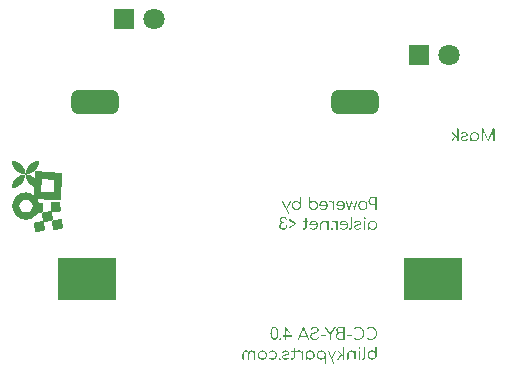
<source format=gbr>
%TF.GenerationSoftware,KiCad,Pcbnew,8.0.8*%
%TF.CreationDate,2025-02-14T08:27:58+01:00*%
%TF.ProjectId,Frog,46726f67-2e6b-4696-9361-645f70636258,rev?*%
%TF.SameCoordinates,Original*%
%TF.FileFunction,Soldermask,Bot*%
%TF.FilePolarity,Negative*%
%FSLAX46Y46*%
G04 Gerber Fmt 4.6, Leading zero omitted, Abs format (unit mm)*
G04 Created by KiCad (PCBNEW 8.0.8) date 2025-02-14 08:27:58*
%MOMM*%
%LPD*%
G01*
G04 APERTURE LIST*
G04 Aperture macros list*
%AMRoundRect*
0 Rectangle with rounded corners*
0 $1 Rounding radius*
0 $2 $3 $4 $5 $6 $7 $8 $9 X,Y pos of 4 corners*
0 Add a 4 corners polygon primitive as box body*
4,1,4,$2,$3,$4,$5,$6,$7,$8,$9,$2,$3,0*
0 Add four circle primitives for the rounded corners*
1,1,$1+$1,$2,$3*
1,1,$1+$1,$4,$5*
1,1,$1+$1,$6,$7*
1,1,$1+$1,$8,$9*
0 Add four rect primitives between the rounded corners*
20,1,$1+$1,$2,$3,$4,$5,0*
20,1,$1+$1,$4,$5,$6,$7,0*
20,1,$1+$1,$6,$7,$8,$9,0*
20,1,$1+$1,$8,$9,$2,$3,0*%
G04 Aperture macros list end*
%ADD10C,0.100000*%
%ADD11C,0.000000*%
%ADD12R,1.800000X1.800000*%
%ADD13C,1.800000*%
%ADD14R,5.000000X3.600000*%
%ADD15RoundRect,0.500000X1.500000X0.500000X-1.500000X0.500000X-1.500000X-0.500000X1.500000X-0.500000X0*%
G04 APERTURE END LIST*
D10*
G36*
X134805338Y-80330000D02*
G01*
X134843928Y-80313635D01*
X134860048Y-80274556D01*
X134860048Y-79275603D01*
X134843928Y-79235792D01*
X134805338Y-79220160D01*
X134760619Y-79241852D01*
X134756489Y-79248492D01*
X134284612Y-80201039D01*
X134332240Y-80201039D01*
X133868911Y-79248492D01*
X133827638Y-79220603D01*
X133819818Y-79220160D01*
X133781960Y-79235792D01*
X133766573Y-79275603D01*
X133766573Y-80274556D01*
X133781960Y-80313635D01*
X133819818Y-80330000D01*
X133859630Y-80313635D01*
X133875750Y-80274556D01*
X133875750Y-79420195D01*
X133852058Y-79420195D01*
X134265073Y-80277487D01*
X134306803Y-80304360D01*
X134312700Y-80304598D01*
X134356557Y-80282025D01*
X134363014Y-80270404D01*
X134778715Y-79426545D01*
X134750872Y-79419462D01*
X134750872Y-80274556D01*
X134766992Y-80313635D01*
X134805338Y-80330000D01*
G37*
G36*
X133206707Y-79551628D02*
G01*
X133257815Y-79561245D01*
X133306114Y-79577274D01*
X133351605Y-79599713D01*
X133393370Y-79627572D01*
X133430495Y-79660102D01*
X133462979Y-79697304D01*
X133490823Y-79739176D01*
X133513156Y-79784880D01*
X133529108Y-79833576D01*
X133538679Y-79885264D01*
X133541870Y-79939944D01*
X133538771Y-79993982D01*
X133529474Y-80045212D01*
X133513980Y-80093633D01*
X133492288Y-80139246D01*
X133468795Y-80176151D01*
X133437795Y-80213978D01*
X133397629Y-80250987D01*
X133357222Y-80278953D01*
X133313090Y-80301286D01*
X133266181Y-80317238D01*
X133216492Y-80326809D01*
X133164026Y-80330000D01*
X133132582Y-80328855D01*
X133078688Y-80321024D01*
X133028271Y-80305774D01*
X132981332Y-80283105D01*
X132956968Y-80267633D01*
X132917259Y-80235667D01*
X132882882Y-80198408D01*
X132872644Y-80183407D01*
X132872644Y-80275533D01*
X132857257Y-80315101D01*
X132818178Y-80330000D01*
X132778855Y-80315101D01*
X132763468Y-80276022D01*
X132763468Y-79941409D01*
X132763571Y-79939944D01*
X132869958Y-79939944D01*
X132873583Y-79989990D01*
X132885946Y-80041459D01*
X132907083Y-80089176D01*
X132932885Y-80127907D01*
X132967274Y-80164064D01*
X133007955Y-80193468D01*
X133053720Y-80214882D01*
X133103699Y-80227408D01*
X133152791Y-80231081D01*
X133201205Y-80227408D01*
X133250990Y-80214882D01*
X133297138Y-80193468D01*
X133334710Y-80167016D01*
X133370088Y-80131473D01*
X133399232Y-80089176D01*
X133420647Y-80041459D01*
X133433172Y-79989990D01*
X133436845Y-79939944D01*
X133433172Y-79889220D01*
X133420647Y-79837557D01*
X133399232Y-79790223D01*
X133372995Y-79751702D01*
X133338184Y-79715555D01*
X133297138Y-79685931D01*
X133255336Y-79665581D01*
X133205881Y-79651901D01*
X133152791Y-79647341D01*
X133103699Y-79651109D01*
X133053720Y-79663960D01*
X133007955Y-79685931D01*
X132970713Y-79712593D01*
X132935752Y-79748146D01*
X132907083Y-79790223D01*
X132885946Y-79837557D01*
X132873583Y-79889220D01*
X132869958Y-79939944D01*
X132763571Y-79939944D01*
X132767315Y-79886607D01*
X132777390Y-79834797D01*
X132793693Y-79785979D01*
X132816224Y-79740153D01*
X132844022Y-79698052D01*
X132876369Y-79660652D01*
X132913265Y-79627954D01*
X132954710Y-79599958D01*
X132999880Y-79577411D01*
X133047950Y-79561306D01*
X133098920Y-79551643D01*
X133152791Y-79548422D01*
X133206707Y-79551628D01*
G37*
G36*
X132286217Y-80330000D02*
G01*
X132337694Y-80327257D01*
X132388933Y-80319028D01*
X132439933Y-80305313D01*
X132450104Y-80301912D01*
X132497803Y-80281461D01*
X132539539Y-80255525D01*
X132578561Y-80220658D01*
X132581751Y-80217159D01*
X132594452Y-80179302D01*
X132573203Y-80142909D01*
X132532658Y-80131919D01*
X132497732Y-80149993D01*
X132461410Y-80182658D01*
X132415643Y-80207380D01*
X132408827Y-80210076D01*
X132361845Y-80223676D01*
X132310993Y-80230343D01*
X132286217Y-80231081D01*
X132232506Y-80228260D01*
X132183476Y-80218510D01*
X132136496Y-80195422D01*
X132103041Y-80158596D01*
X132088869Y-80109204D01*
X132102311Y-80060449D01*
X132136496Y-80025673D01*
X132180872Y-80003038D01*
X132231076Y-79987377D01*
X132279894Y-79976944D01*
X132293300Y-79974626D01*
X132343678Y-79965023D01*
X132395746Y-79950847D01*
X132446407Y-79930723D01*
X132492124Y-79903085D01*
X132500662Y-79896224D01*
X132535310Y-79859063D01*
X132558600Y-79813447D01*
X132566364Y-79762868D01*
X132561040Y-79712561D01*
X132543257Y-79665659D01*
X132528506Y-79643677D01*
X132493595Y-79608930D01*
X132450380Y-79582084D01*
X132427634Y-79572358D01*
X132378621Y-79557772D01*
X132326105Y-79549918D01*
X132289148Y-79548422D01*
X132238440Y-79550992D01*
X132186901Y-79559874D01*
X132140418Y-79575101D01*
X132127459Y-79580907D01*
X132083838Y-79605895D01*
X132043229Y-79639211D01*
X132017550Y-79668346D01*
X132006315Y-79706203D01*
X132028785Y-79738443D01*
X132067131Y-79744794D01*
X132104256Y-79724277D01*
X132142053Y-79689167D01*
X132185589Y-79664926D01*
X132235232Y-79650638D01*
X132284379Y-79645950D01*
X132291835Y-79645875D01*
X132341121Y-79649598D01*
X132390066Y-79663598D01*
X132415177Y-79677383D01*
X132449799Y-79712920D01*
X132461339Y-79756517D01*
X132448994Y-79805010D01*
X132443998Y-79812693D01*
X132405723Y-79844199D01*
X132383670Y-79854947D01*
X132336086Y-79870657D01*
X132287199Y-79881448D01*
X132263991Y-79885478D01*
X132214242Y-79894911D01*
X132164879Y-79907933D01*
X132118235Y-79925393D01*
X132098150Y-79935303D01*
X132054343Y-79963948D01*
X132020149Y-79998943D01*
X132011200Y-80012484D01*
X131991782Y-80058585D01*
X131985310Y-80108471D01*
X131991679Y-80159392D01*
X132010786Y-80204991D01*
X132023900Y-80224242D01*
X132059934Y-80260980D01*
X132101854Y-80288595D01*
X132130146Y-80301912D01*
X132179222Y-80317903D01*
X132227995Y-80326681D01*
X132280726Y-80329972D01*
X132286217Y-80330000D01*
G37*
G36*
X131711270Y-80075254D02*
G01*
X131776971Y-80003935D01*
X131298255Y-79564054D01*
X131263328Y-79548422D01*
X131229623Y-79565519D01*
X131214968Y-79601912D01*
X131232554Y-79635617D01*
X131711270Y-80075254D01*
G37*
G36*
X131746196Y-80330000D02*
G01*
X131784787Y-80315101D01*
X131799441Y-80276022D01*
X131799441Y-79274138D01*
X131784787Y-79235059D01*
X131746196Y-79220160D01*
X131707850Y-79235059D01*
X131692951Y-79274138D01*
X131692951Y-80276022D01*
X131707850Y-80315101D01*
X131746196Y-80330000D01*
G37*
G36*
X131228157Y-80324870D02*
G01*
X131266015Y-80338060D01*
X131299720Y-80318032D01*
X131611863Y-79934326D01*
X131536392Y-79867404D01*
X131221318Y-80255017D01*
X131208618Y-80290676D01*
X131228157Y-80324870D01*
G37*
G36*
X124844661Y-85055792D02*
G01*
X124860048Y-85095603D01*
X124860048Y-86094556D01*
X124844661Y-86134368D01*
X124805338Y-86150000D01*
X124766259Y-86134368D01*
X124750872Y-86094801D01*
X124750872Y-85759211D01*
X124525436Y-85759211D01*
X124493652Y-85758084D01*
X124439356Y-85750375D01*
X124388809Y-85735364D01*
X124342009Y-85713049D01*
X124317909Y-85697718D01*
X124278857Y-85665945D01*
X124245369Y-85628802D01*
X124217445Y-85586287D01*
X124202173Y-85555246D01*
X124185188Y-85505626D01*
X124175314Y-85452335D01*
X124172505Y-85401884D01*
X124172515Y-85401639D01*
X124278995Y-85401639D01*
X124280964Y-85437055D01*
X124291302Y-85486514D01*
X124310502Y-85531577D01*
X124323184Y-85552133D01*
X124356614Y-85590663D01*
X124398185Y-85620969D01*
X124427113Y-85634968D01*
X124474110Y-85648466D01*
X124525436Y-85652965D01*
X124750872Y-85652965D01*
X124750872Y-85146161D01*
X124525436Y-85146161D01*
X124494970Y-85147739D01*
X124446169Y-85157786D01*
X124398185Y-85179134D01*
X124377986Y-85192266D01*
X124340173Y-85226610D01*
X124310502Y-85269016D01*
X124295271Y-85302514D01*
X124282718Y-85351807D01*
X124278995Y-85401639D01*
X124172515Y-85401639D01*
X124174085Y-85362760D01*
X124181107Y-85313400D01*
X124195721Y-85261702D01*
X124217445Y-85214061D01*
X124232272Y-85189503D01*
X124263287Y-85149627D01*
X124299866Y-85115314D01*
X124342009Y-85086566D01*
X124372792Y-85070795D01*
X124422091Y-85053257D01*
X124475137Y-85043060D01*
X124525436Y-85040160D01*
X124805338Y-85040160D01*
X124844661Y-85055792D01*
G37*
G36*
X123751430Y-85371582D02*
G01*
X123802965Y-85381062D01*
X123851570Y-85396861D01*
X123897243Y-85418981D01*
X123938963Y-85446626D01*
X123975950Y-85479003D01*
X124008206Y-85516113D01*
X124035729Y-85557955D01*
X124057741Y-85603735D01*
X124073464Y-85652660D01*
X124082898Y-85704730D01*
X124086043Y-85759944D01*
X124082898Y-85814517D01*
X124073464Y-85866128D01*
X124057741Y-85914778D01*
X124035729Y-85960467D01*
X124008206Y-86002309D01*
X123975950Y-86039419D01*
X123938963Y-86071796D01*
X123897243Y-86099441D01*
X123851570Y-86121560D01*
X123802965Y-86137360D01*
X123751430Y-86146840D01*
X123696964Y-86150000D01*
X123642452Y-86146840D01*
X123591024Y-86137360D01*
X123542679Y-86121560D01*
X123497418Y-86099441D01*
X123455973Y-86071796D01*
X123419077Y-86039419D01*
X123386730Y-86002309D01*
X123358932Y-85960467D01*
X123336492Y-85914778D01*
X123320464Y-85866128D01*
X123310846Y-85814517D01*
X123307641Y-85759944D01*
X123414131Y-85759944D01*
X123417685Y-85810691D01*
X123429803Y-85862436D01*
X123450523Y-85909909D01*
X123476011Y-85948253D01*
X123510384Y-85984150D01*
X123551395Y-86013468D01*
X123597578Y-86034882D01*
X123647800Y-86047408D01*
X123696964Y-86051081D01*
X123746022Y-86047408D01*
X123796240Y-86034882D01*
X123842533Y-86013468D01*
X123880161Y-85987088D01*
X123915382Y-85951788D01*
X123944138Y-85909909D01*
X123965135Y-85862436D01*
X123977417Y-85810691D01*
X123981018Y-85759944D01*
X123977417Y-85709149D01*
X123965135Y-85657241D01*
X123944138Y-85609490D01*
X123918263Y-85570655D01*
X123883630Y-85534492D01*
X123842533Y-85505198D01*
X123796240Y-85483645D01*
X123746022Y-85471038D01*
X123696964Y-85467341D01*
X123647800Y-85471038D01*
X123597578Y-85483645D01*
X123551395Y-85505198D01*
X123513838Y-85531545D01*
X123478861Y-85567083D01*
X123450523Y-85609490D01*
X123429803Y-85657241D01*
X123417685Y-85709149D01*
X123414131Y-85759944D01*
X123307641Y-85759944D01*
X123311442Y-85704730D01*
X123321379Y-85652660D01*
X123337454Y-85603735D01*
X123359665Y-85557955D01*
X123387142Y-85516113D01*
X123419260Y-85479003D01*
X123456018Y-85446626D01*
X123497418Y-85418981D01*
X123542679Y-85396861D01*
X123591024Y-85381062D01*
X123642452Y-85371582D01*
X123696964Y-85368422D01*
X123751430Y-85371582D01*
G37*
G36*
X122966189Y-86150000D02*
G01*
X122998674Y-86139986D01*
X123017969Y-86114340D01*
X123236566Y-85445603D01*
X123237712Y-85396034D01*
X123235101Y-85389183D01*
X123195778Y-85368422D01*
X123163782Y-85378436D01*
X123142777Y-85409944D01*
X122948115Y-86017131D01*
X122978890Y-86017131D01*
X122798394Y-85411409D01*
X122779588Y-85380635D01*
X122745150Y-85368422D01*
X122710956Y-85379902D01*
X122691905Y-85411409D01*
X122519713Y-86003210D01*
X122543405Y-86003210D01*
X122353140Y-85409944D01*
X122320663Y-85371707D01*
X122301360Y-85368422D01*
X122259351Y-85392114D01*
X122258034Y-85441874D01*
X122259351Y-85445603D01*
X122477704Y-86114340D01*
X122496755Y-86139986D01*
X122528018Y-86150000D01*
X122560990Y-86139986D01*
X122579797Y-86114340D01*
X122756385Y-85517166D01*
X122739532Y-85517166D01*
X122915875Y-86114340D01*
X122935659Y-86140718D01*
X122966189Y-86150000D01*
G37*
G36*
X121785519Y-86150000D02*
G01*
X121840566Y-86146885D01*
X121892376Y-86137543D01*
X121940949Y-86121973D01*
X121986287Y-86100174D01*
X122027656Y-86072849D01*
X122068575Y-86036343D01*
X122099953Y-85998768D01*
X122123551Y-85961933D01*
X122145243Y-85916152D01*
X122160737Y-85867227D01*
X122170034Y-85815158D01*
X122173133Y-85759944D01*
X122170889Y-85710923D01*
X122162829Y-85658106D01*
X122148907Y-85608708D01*
X122129123Y-85562729D01*
X122126238Y-85557222D01*
X122097039Y-85510837D01*
X122062199Y-85470325D01*
X122021717Y-85435686D01*
X121996789Y-85418981D01*
X121948363Y-85394541D01*
X121895956Y-85378100D01*
X121846032Y-85370200D01*
X121806524Y-85368422D01*
X121754989Y-85371414D01*
X121706873Y-85380390D01*
X121656830Y-85397641D01*
X121620900Y-85416294D01*
X121579226Y-85446139D01*
X121543233Y-85481819D01*
X121512920Y-85523333D01*
X121498534Y-85548918D01*
X121477518Y-85598446D01*
X121464611Y-85645585D01*
X121457139Y-85695654D01*
X121455059Y-85741870D01*
X121468981Y-85777285D01*
X121505373Y-85790474D01*
X122100348Y-85790474D01*
X122100348Y-85700104D01*
X121494138Y-85700104D01*
X121554466Y-85743824D01*
X121557268Y-85690877D01*
X121567689Y-85641856D01*
X121583775Y-85600697D01*
X121610531Y-85557134D01*
X121644637Y-85521334D01*
X121671458Y-85501779D01*
X121717013Y-85479900D01*
X121768682Y-85468119D01*
X121806524Y-85465875D01*
X121858985Y-85470349D01*
X121906886Y-85483769D01*
X121946475Y-85503733D01*
X121987726Y-85536145D01*
X122021351Y-85576594D01*
X122039532Y-85608025D01*
X122058305Y-85655949D01*
X122069285Y-85708376D01*
X122072505Y-85759944D01*
X122068879Y-85811440D01*
X122058003Y-85859072D01*
X122037664Y-85907004D01*
X122035380Y-85911130D01*
X122006653Y-85953010D01*
X121971519Y-85988309D01*
X121934019Y-86014689D01*
X121887380Y-86036243D01*
X121836123Y-86048850D01*
X121785519Y-86052547D01*
X121734839Y-86048089D01*
X121687104Y-86035814D01*
X121683914Y-86034717D01*
X121637936Y-86014567D01*
X121602093Y-85989776D01*
X121567166Y-85976831D01*
X121533461Y-85988066D01*
X121514654Y-86024703D01*
X121530530Y-86058408D01*
X121572346Y-86088340D01*
X121618245Y-86112033D01*
X121648255Y-86124110D01*
X121696652Y-86138850D01*
X121748000Y-86147952D01*
X121785519Y-86150000D01*
G37*
G36*
X121229134Y-85665666D02*
G01*
X121222914Y-85614132D01*
X121209442Y-85566080D01*
X121188720Y-85521510D01*
X121183705Y-85513014D01*
X121152215Y-85470075D01*
X121114838Y-85433946D01*
X121075750Y-85407013D01*
X121028316Y-85385042D01*
X120977361Y-85372191D01*
X120927983Y-85368422D01*
X120877386Y-85371929D01*
X120828820Y-85386741D01*
X120800368Y-85427633D01*
X120801953Y-85440230D01*
X120821004Y-85468562D01*
X120853244Y-85474180D01*
X120895743Y-85472714D01*
X120947595Y-85471337D01*
X120999487Y-85477800D01*
X121035205Y-85488101D01*
X121080467Y-85510228D01*
X121119924Y-85542713D01*
X121131681Y-85556489D01*
X121156058Y-85599866D01*
X121166784Y-85650069D01*
X121167341Y-85665666D01*
X121229134Y-85665666D01*
G37*
G36*
X121220586Y-86150000D02*
G01*
X121259909Y-86135833D01*
X121273831Y-86095778D01*
X121273831Y-85422644D01*
X121259909Y-85382833D01*
X121220586Y-85368422D01*
X121181507Y-85382833D01*
X121167341Y-85422644D01*
X121167341Y-86095778D01*
X121181507Y-86135833D01*
X121220586Y-86150000D01*
G37*
G36*
X120341556Y-86150000D02*
G01*
X120396602Y-86146885D01*
X120448412Y-86137543D01*
X120496986Y-86121973D01*
X120542323Y-86100174D01*
X120583692Y-86072849D01*
X120624612Y-86036343D01*
X120655989Y-85998768D01*
X120679588Y-85961933D01*
X120701280Y-85916152D01*
X120716774Y-85867227D01*
X120726070Y-85815158D01*
X120729169Y-85759944D01*
X120726925Y-85710923D01*
X120718865Y-85658106D01*
X120704943Y-85608708D01*
X120685160Y-85562729D01*
X120682274Y-85557222D01*
X120653076Y-85510837D01*
X120618235Y-85470325D01*
X120577753Y-85435686D01*
X120552826Y-85418981D01*
X120504399Y-85394541D01*
X120451993Y-85378100D01*
X120402068Y-85370200D01*
X120362561Y-85368422D01*
X120311025Y-85371414D01*
X120262909Y-85380390D01*
X120212866Y-85397641D01*
X120176936Y-85416294D01*
X120135263Y-85446139D01*
X120099270Y-85481819D01*
X120068957Y-85523333D01*
X120054570Y-85548918D01*
X120033554Y-85598446D01*
X120020648Y-85645585D01*
X120013175Y-85695654D01*
X120011095Y-85741870D01*
X120025017Y-85777285D01*
X120061409Y-85790474D01*
X120656385Y-85790474D01*
X120656385Y-85700104D01*
X120050174Y-85700104D01*
X120110502Y-85743824D01*
X120113304Y-85690877D01*
X120123725Y-85641856D01*
X120139811Y-85600697D01*
X120166567Y-85557134D01*
X120200673Y-85521334D01*
X120227494Y-85501779D01*
X120273049Y-85479900D01*
X120324718Y-85468119D01*
X120362561Y-85465875D01*
X120415021Y-85470349D01*
X120462922Y-85483769D01*
X120502512Y-85503733D01*
X120543762Y-85536145D01*
X120577387Y-85576594D01*
X120595568Y-85608025D01*
X120614341Y-85655949D01*
X120625321Y-85708376D01*
X120628541Y-85759944D01*
X120624916Y-85811440D01*
X120614039Y-85859072D01*
X120593700Y-85907004D01*
X120591416Y-85911130D01*
X120562689Y-85953010D01*
X120527555Y-85988309D01*
X120490055Y-86014689D01*
X120443416Y-86036243D01*
X120392160Y-86048850D01*
X120341556Y-86052547D01*
X120290875Y-86048089D01*
X120243141Y-86035814D01*
X120239951Y-86034717D01*
X120193972Y-86014567D01*
X120158129Y-85989776D01*
X120123203Y-85976831D01*
X120089497Y-85988066D01*
X120070690Y-86024703D01*
X120086566Y-86058408D01*
X120128383Y-86088340D01*
X120174281Y-86112033D01*
X120204291Y-86124110D01*
X120252688Y-86138850D01*
X120304036Y-86147952D01*
X120341556Y-86150000D01*
G37*
G36*
X119213154Y-85055303D02*
G01*
X119228541Y-85096092D01*
X119228541Y-85517411D01*
X119234456Y-85509088D01*
X119267467Y-85470596D01*
X119306203Y-85437304D01*
X119350662Y-85409211D01*
X119369816Y-85399651D01*
X119420206Y-85381328D01*
X119468615Y-85371649D01*
X119519923Y-85368422D01*
X119572389Y-85371628D01*
X119622077Y-85381245D01*
X119668987Y-85397274D01*
X119713119Y-85419713D01*
X119743839Y-85440170D01*
X119785250Y-85475781D01*
X119821059Y-85517304D01*
X119848185Y-85559176D01*
X119869877Y-85604788D01*
X119885371Y-85653210D01*
X119894668Y-85704439D01*
X119897766Y-85758478D01*
X119894576Y-85813158D01*
X119885005Y-85864846D01*
X119869053Y-85913542D01*
X119846720Y-85959246D01*
X119818876Y-86001133D01*
X119786392Y-86038381D01*
X119749267Y-86070987D01*
X119707501Y-86098953D01*
X119662011Y-86121286D01*
X119613712Y-86137238D01*
X119562604Y-86146809D01*
X119508688Y-86150000D01*
X119455458Y-86146824D01*
X119404945Y-86137299D01*
X119357150Y-86121423D01*
X119312072Y-86099197D01*
X119270520Y-86071460D01*
X119233548Y-86039052D01*
X119201155Y-86001973D01*
X119173342Y-85960223D01*
X119150826Y-85914656D01*
X119134324Y-85866372D01*
X119123837Y-85815372D01*
X119119364Y-85761653D01*
X119119364Y-85758478D01*
X119225854Y-85758478D01*
X119229480Y-85809225D01*
X119241843Y-85860970D01*
X119262979Y-85908443D01*
X119288782Y-85946859D01*
X119323171Y-85983001D01*
X119363852Y-86012735D01*
X119409617Y-86034567D01*
X119459596Y-86047336D01*
X119508688Y-86051081D01*
X119557102Y-86047336D01*
X119606887Y-86034567D01*
X119653035Y-86012735D01*
X119690607Y-85985968D01*
X119725985Y-85950409D01*
X119755129Y-85908443D01*
X119776543Y-85860970D01*
X119789069Y-85809225D01*
X119792742Y-85758478D01*
X119789069Y-85708456D01*
X119776543Y-85657068D01*
X119755129Y-85609490D01*
X119728892Y-85570655D01*
X119694080Y-85534492D01*
X119653035Y-85505198D01*
X119611232Y-85485234D01*
X119561778Y-85471814D01*
X119508688Y-85467341D01*
X119459596Y-85471038D01*
X119409617Y-85483645D01*
X119363852Y-85505198D01*
X119326609Y-85531545D01*
X119291648Y-85567083D01*
X119262979Y-85609490D01*
X119241843Y-85657068D01*
X119229480Y-85708456D01*
X119225854Y-85758478D01*
X119119364Y-85758478D01*
X119119364Y-85095115D01*
X119134752Y-85055059D01*
X119174075Y-85040160D01*
X119213154Y-85055303D01*
G37*
G36*
X118443545Y-85055059D02*
G01*
X118458199Y-85095115D01*
X118458199Y-85761653D01*
X118454368Y-85815372D01*
X118444338Y-85866372D01*
X118428111Y-85914656D01*
X118405687Y-85960223D01*
X118377889Y-86001973D01*
X118345542Y-86039052D01*
X118308646Y-86071460D01*
X118267201Y-86099197D01*
X118222016Y-86121423D01*
X118174145Y-86137299D01*
X118123586Y-86146824D01*
X118070341Y-86150000D01*
X118015891Y-86146809D01*
X117964401Y-86137238D01*
X117915873Y-86121286D01*
X117870307Y-86098953D01*
X117828541Y-86070987D01*
X117791416Y-86038381D01*
X117758932Y-86001133D01*
X117731088Y-85959246D01*
X117708648Y-85913542D01*
X117692620Y-85864846D01*
X117683003Y-85813158D01*
X117679797Y-85758478D01*
X117786287Y-85758478D01*
X117789912Y-85809225D01*
X117802275Y-85860970D01*
X117823412Y-85908443D01*
X117849286Y-85946859D01*
X117883919Y-85983001D01*
X117925017Y-86012735D01*
X117971170Y-86034567D01*
X118021307Y-86047336D01*
X118070341Y-86051081D01*
X118118756Y-86047336D01*
X118168541Y-86034567D01*
X118214689Y-86012735D01*
X118252117Y-85985968D01*
X118287007Y-85950409D01*
X118315317Y-85908443D01*
X118336036Y-85860970D01*
X118348155Y-85809225D01*
X118351709Y-85758478D01*
X118348155Y-85708456D01*
X118336036Y-85657068D01*
X118315317Y-85609490D01*
X118289853Y-85570655D01*
X118255561Y-85534492D01*
X118214689Y-85505198D01*
X118172886Y-85485234D01*
X118123432Y-85471814D01*
X118070341Y-85467341D01*
X118021307Y-85471038D01*
X117971170Y-85483645D01*
X117925017Y-85505198D01*
X117887388Y-85531545D01*
X117852168Y-85567083D01*
X117823412Y-85609490D01*
X117802275Y-85657068D01*
X117789912Y-85708456D01*
X117786287Y-85758478D01*
X117679797Y-85758478D01*
X117682911Y-85704439D01*
X117692254Y-85653210D01*
X117707824Y-85604788D01*
X117729623Y-85559176D01*
X117753033Y-85522282D01*
X117783994Y-85484497D01*
X117824190Y-85447572D01*
X117864689Y-85419713D01*
X117908729Y-85397274D01*
X117955608Y-85381245D01*
X118005327Y-85371628D01*
X118057885Y-85368422D01*
X118081061Y-85369060D01*
X118131227Y-85375154D01*
X118178649Y-85387701D01*
X118228122Y-85409211D01*
X118237530Y-85414414D01*
X118281051Y-85443546D01*
X118318703Y-85477878D01*
X118350488Y-85517411D01*
X118350488Y-85096092D01*
X118365143Y-85055303D01*
X118403733Y-85040160D01*
X118443545Y-85055059D01*
G37*
G36*
X117378890Y-86478262D02*
G01*
X117404047Y-86472644D01*
X117437000Y-86434241D01*
X117430669Y-86405478D01*
X116978576Y-85408722D01*
X116940173Y-85377722D01*
X116911409Y-85383565D01*
X116878456Y-85420676D01*
X116884787Y-85449267D01*
X117338346Y-86446022D01*
X117375612Y-86478136D01*
X117378890Y-86478262D01*
G37*
G36*
X117223551Y-86126308D02*
G01*
X117262875Y-86129727D01*
X117292184Y-86102372D01*
X117604326Y-85455617D01*
X117607257Y-85416538D01*
X117579169Y-85388450D01*
X117540090Y-85385031D01*
X117512002Y-85412142D01*
X117205478Y-86058897D01*
X117198394Y-86098220D01*
X117223551Y-86126308D01*
G37*
G36*
X124579352Y-87051628D02*
G01*
X124630460Y-87061245D01*
X124678759Y-87077274D01*
X124724249Y-87099713D01*
X124766015Y-87127572D01*
X124803140Y-87160102D01*
X124835624Y-87197304D01*
X124863468Y-87239176D01*
X124885801Y-87284880D01*
X124901753Y-87333576D01*
X124911324Y-87385264D01*
X124914515Y-87439944D01*
X124911416Y-87493982D01*
X124902119Y-87545212D01*
X124886625Y-87593633D01*
X124864933Y-87639246D01*
X124841440Y-87676151D01*
X124810440Y-87713978D01*
X124770274Y-87750987D01*
X124729867Y-87778953D01*
X124685735Y-87801286D01*
X124638825Y-87817238D01*
X124589137Y-87826809D01*
X124536671Y-87830000D01*
X124505227Y-87828855D01*
X124451333Y-87821024D01*
X124400916Y-87805774D01*
X124353977Y-87783105D01*
X124329613Y-87767633D01*
X124289903Y-87735667D01*
X124255527Y-87698408D01*
X124245289Y-87683408D01*
X124245289Y-87775533D01*
X124229902Y-87815101D01*
X124190823Y-87830000D01*
X124151500Y-87815101D01*
X124136113Y-87776022D01*
X124136113Y-87441409D01*
X124136216Y-87439944D01*
X124242602Y-87439944D01*
X124246228Y-87489990D01*
X124258591Y-87541459D01*
X124279727Y-87589176D01*
X124305530Y-87627907D01*
X124339919Y-87664064D01*
X124380600Y-87693468D01*
X124426365Y-87714882D01*
X124476344Y-87727408D01*
X124525436Y-87731081D01*
X124573850Y-87727408D01*
X124623635Y-87714882D01*
X124669783Y-87693468D01*
X124707355Y-87667016D01*
X124742733Y-87631473D01*
X124771877Y-87589176D01*
X124793291Y-87541459D01*
X124805817Y-87489990D01*
X124809490Y-87439944D01*
X124805817Y-87389220D01*
X124793291Y-87337557D01*
X124771877Y-87290223D01*
X124745640Y-87251702D01*
X124710828Y-87215555D01*
X124669783Y-87185931D01*
X124627980Y-87165581D01*
X124578526Y-87151901D01*
X124525436Y-87147341D01*
X124476344Y-87151109D01*
X124426365Y-87163960D01*
X124380600Y-87185931D01*
X124343357Y-87212593D01*
X124308397Y-87248146D01*
X124279727Y-87290223D01*
X124258591Y-87337557D01*
X124246228Y-87389220D01*
X124242602Y-87439944D01*
X124136216Y-87439944D01*
X124139959Y-87386607D01*
X124150034Y-87334797D01*
X124166338Y-87285979D01*
X124188869Y-87240153D01*
X124216667Y-87198052D01*
X124249014Y-87160652D01*
X124285910Y-87127954D01*
X124327355Y-87099958D01*
X124372524Y-87077411D01*
X124420594Y-87061306D01*
X124471565Y-87051643D01*
X124525436Y-87048422D01*
X124579352Y-87051628D01*
G37*
G36*
X123849371Y-87830000D02*
G01*
X123889183Y-87815101D01*
X123903838Y-87774312D01*
X123903838Y-87104110D01*
X123889183Y-87063565D01*
X123849371Y-87048422D01*
X123810781Y-87063565D01*
X123796127Y-87104110D01*
X123796127Y-87774312D01*
X123810781Y-87815101D01*
X123849371Y-87830000D01*
G37*
G36*
X123850837Y-86907739D02*
G01*
X123898335Y-86890535D01*
X123904082Y-86885268D01*
X123925765Y-86839982D01*
X123926308Y-86830069D01*
X123911152Y-86782355D01*
X123903349Y-86774138D01*
X123856947Y-86753942D01*
X123849371Y-86753621D01*
X123802755Y-86769329D01*
X123796859Y-86774138D01*
X123774223Y-86819366D01*
X123773656Y-86830069D01*
X123789653Y-86877931D01*
X123796127Y-86885268D01*
X123841000Y-86907190D01*
X123850837Y-86907739D01*
G37*
G36*
X123254396Y-87830000D02*
G01*
X123305873Y-87827257D01*
X123357111Y-87819028D01*
X123408111Y-87805313D01*
X123418283Y-87801912D01*
X123465982Y-87781461D01*
X123507718Y-87755525D01*
X123546740Y-87720658D01*
X123549930Y-87717159D01*
X123562630Y-87679302D01*
X123541381Y-87642909D01*
X123500837Y-87631919D01*
X123465910Y-87649993D01*
X123429589Y-87682658D01*
X123383822Y-87707380D01*
X123377006Y-87710076D01*
X123330023Y-87723676D01*
X123279171Y-87730343D01*
X123254396Y-87731081D01*
X123200684Y-87728260D01*
X123151654Y-87718510D01*
X123104675Y-87695422D01*
X123071219Y-87658596D01*
X123057048Y-87609204D01*
X123070489Y-87560449D01*
X123104675Y-87525673D01*
X123149051Y-87503038D01*
X123199254Y-87487377D01*
X123248072Y-87476944D01*
X123261479Y-87474626D01*
X123311857Y-87465023D01*
X123363924Y-87450847D01*
X123414586Y-87430723D01*
X123460303Y-87403085D01*
X123468841Y-87396224D01*
X123503488Y-87359063D01*
X123526779Y-87313447D01*
X123534542Y-87262868D01*
X123529219Y-87212561D01*
X123511436Y-87165659D01*
X123496685Y-87143677D01*
X123461774Y-87108930D01*
X123418559Y-87082084D01*
X123395812Y-87072358D01*
X123346800Y-87057772D01*
X123294284Y-87049918D01*
X123257327Y-87048422D01*
X123206618Y-87050992D01*
X123155079Y-87059874D01*
X123108597Y-87075101D01*
X123095638Y-87080907D01*
X123052016Y-87105895D01*
X123011407Y-87139211D01*
X122985729Y-87168346D01*
X122974494Y-87206203D01*
X122996964Y-87238443D01*
X123035310Y-87244794D01*
X123072435Y-87224277D01*
X123110232Y-87189167D01*
X123153768Y-87164926D01*
X123203410Y-87150638D01*
X123252557Y-87145950D01*
X123260013Y-87145875D01*
X123309300Y-87149598D01*
X123358245Y-87163598D01*
X123383356Y-87177383D01*
X123417978Y-87212920D01*
X123429518Y-87256517D01*
X123417173Y-87305010D01*
X123412177Y-87312693D01*
X123373901Y-87344199D01*
X123351849Y-87354947D01*
X123304264Y-87370657D01*
X123255378Y-87381448D01*
X123232170Y-87385478D01*
X123182421Y-87394911D01*
X123133058Y-87407933D01*
X123086413Y-87425393D01*
X123066329Y-87435303D01*
X123022522Y-87463948D01*
X122988328Y-87498943D01*
X122979378Y-87512484D01*
X122959961Y-87558585D01*
X122953489Y-87608471D01*
X122959858Y-87659392D01*
X122978964Y-87704991D01*
X122992079Y-87724242D01*
X123028113Y-87760980D01*
X123070033Y-87788595D01*
X123098325Y-87801912D01*
X123147401Y-87817903D01*
X123196173Y-87826681D01*
X123248905Y-87829972D01*
X123254396Y-87830000D01*
G37*
G36*
X122602512Y-87830000D02*
G01*
X122652372Y-87823130D01*
X122697079Y-87802522D01*
X122702651Y-87798736D01*
X122739628Y-87764114D01*
X122766489Y-87722213D01*
X122771284Y-87712030D01*
X122787097Y-87664161D01*
X122794539Y-87614965D01*
X122795708Y-87584047D01*
X122795708Y-86774138D01*
X122781053Y-86735059D01*
X122742463Y-86720160D01*
X122704117Y-86735059D01*
X122689218Y-86774138D01*
X122689218Y-87584535D01*
X122684543Y-87633783D01*
X122666296Y-87681767D01*
X122664794Y-87684187D01*
X122626952Y-87718002D01*
X122602512Y-87722533D01*
X122567341Y-87722533D01*
X122533879Y-87737431D01*
X122521179Y-87776266D01*
X122538764Y-87815101D01*
X122584193Y-87830000D01*
X122602512Y-87830000D01*
G37*
G36*
X122067864Y-87830000D02*
G01*
X122122910Y-87826885D01*
X122174720Y-87817543D01*
X122223294Y-87801973D01*
X122268632Y-87780174D01*
X122310000Y-87752849D01*
X122350920Y-87716343D01*
X122382298Y-87678768D01*
X122405896Y-87641933D01*
X122427588Y-87596152D01*
X122443082Y-87547227D01*
X122452379Y-87495158D01*
X122455478Y-87439944D01*
X122453234Y-87390923D01*
X122445174Y-87338106D01*
X122431252Y-87288708D01*
X122411468Y-87242729D01*
X122408583Y-87237222D01*
X122379384Y-87190837D01*
X122344544Y-87150325D01*
X122304062Y-87115686D01*
X122279134Y-87098981D01*
X122230708Y-87074541D01*
X122178301Y-87058100D01*
X122128376Y-87050200D01*
X122088869Y-87048422D01*
X122037334Y-87051414D01*
X121989218Y-87060390D01*
X121939175Y-87077641D01*
X121903244Y-87096294D01*
X121861571Y-87126139D01*
X121825578Y-87161819D01*
X121795265Y-87203333D01*
X121780879Y-87228918D01*
X121759863Y-87278446D01*
X121746956Y-87325585D01*
X121739484Y-87375654D01*
X121737404Y-87421870D01*
X121751325Y-87457285D01*
X121787718Y-87470474D01*
X122382693Y-87470474D01*
X122382693Y-87380104D01*
X121776482Y-87380104D01*
X121836810Y-87423824D01*
X121839613Y-87370877D01*
X121850034Y-87321856D01*
X121866120Y-87280697D01*
X121892876Y-87237134D01*
X121926982Y-87201334D01*
X121953803Y-87181779D01*
X121999358Y-87159900D01*
X122051027Y-87148119D01*
X122088869Y-87145875D01*
X122141330Y-87150349D01*
X122189231Y-87163769D01*
X122228820Y-87183733D01*
X122270070Y-87216145D01*
X122303696Y-87256594D01*
X122321877Y-87288025D01*
X122340649Y-87335949D01*
X122351629Y-87388376D01*
X122354849Y-87439944D01*
X122351224Y-87491440D01*
X122340348Y-87539072D01*
X122320009Y-87587004D01*
X122317725Y-87591130D01*
X122288998Y-87633010D01*
X122253864Y-87668309D01*
X122216364Y-87694689D01*
X122169725Y-87716243D01*
X122118468Y-87728850D01*
X122067864Y-87732547D01*
X122017184Y-87728089D01*
X121969449Y-87715814D01*
X121966259Y-87714717D01*
X121920280Y-87694567D01*
X121884438Y-87669776D01*
X121849511Y-87656831D01*
X121815806Y-87668066D01*
X121796999Y-87704703D01*
X121812875Y-87738408D01*
X121854691Y-87768340D01*
X121900590Y-87792033D01*
X121930600Y-87804110D01*
X121978996Y-87818850D01*
X122030345Y-87827952D01*
X122067864Y-87830000D01*
G37*
G36*
X121511479Y-87345666D02*
G01*
X121505258Y-87294132D01*
X121491787Y-87246080D01*
X121471064Y-87201510D01*
X121466050Y-87193014D01*
X121434560Y-87150075D01*
X121397183Y-87113946D01*
X121358094Y-87087013D01*
X121310660Y-87065042D01*
X121259706Y-87052191D01*
X121210327Y-87048422D01*
X121159731Y-87051929D01*
X121111165Y-87066741D01*
X121082713Y-87107633D01*
X121084298Y-87120230D01*
X121103349Y-87148562D01*
X121135589Y-87154180D01*
X121178087Y-87152714D01*
X121229940Y-87151337D01*
X121281832Y-87157800D01*
X121317550Y-87168101D01*
X121362812Y-87190228D01*
X121402268Y-87222713D01*
X121414026Y-87236489D01*
X121438403Y-87279866D01*
X121449128Y-87330069D01*
X121449685Y-87345666D01*
X121511479Y-87345666D01*
G37*
G36*
X121502930Y-87830000D02*
G01*
X121542254Y-87815833D01*
X121556175Y-87775778D01*
X121556175Y-87102644D01*
X121542254Y-87062833D01*
X121502930Y-87048422D01*
X121463852Y-87062833D01*
X121449685Y-87102644D01*
X121449685Y-87775778D01*
X121463852Y-87815833D01*
X121502930Y-87830000D01*
G37*
G36*
X121071842Y-87845631D02*
G01*
X121120002Y-87829830D01*
X121129239Y-87821695D01*
X121151797Y-87777951D01*
X121152930Y-87763565D01*
X121138023Y-87715468D01*
X121128506Y-87704459D01*
X121083657Y-87681129D01*
X121071842Y-87680279D01*
X121025289Y-87695484D01*
X121014445Y-87705191D01*
X120991654Y-87749252D01*
X120990509Y-87763565D01*
X121005827Y-87811354D01*
X121013712Y-87820963D01*
X121057122Y-87844451D01*
X121071842Y-87845631D01*
G37*
G36*
X120138590Y-87830000D02*
G01*
X120177669Y-87814612D01*
X120193056Y-87776266D01*
X120193056Y-87409169D01*
X120196276Y-87357420D01*
X120207256Y-87307549D01*
X120226029Y-87265066D01*
X120256729Y-87223742D01*
X120295250Y-87191851D01*
X120315666Y-87180314D01*
X120364124Y-87161970D01*
X120413148Y-87153337D01*
X120443649Y-87151981D01*
X120493269Y-87155622D01*
X120542837Y-87167783D01*
X120567725Y-87177871D01*
X120611629Y-87204004D01*
X120648917Y-87240200D01*
X120655163Y-87248457D01*
X120678305Y-87293044D01*
X120687278Y-87342996D01*
X120687404Y-87350062D01*
X120764340Y-87350062D01*
X120758558Y-87297684D01*
X120744572Y-87248931D01*
X120722380Y-87203803D01*
X120716957Y-87195212D01*
X120686007Y-87155332D01*
X120649332Y-87121176D01*
X120606933Y-87092745D01*
X120597766Y-87087745D01*
X120549738Y-87067009D01*
X120498466Y-87053952D01*
X120449548Y-87048768D01*
X120432658Y-87048422D01*
X120378403Y-87051726D01*
X120327472Y-87061637D01*
X120279863Y-87078156D01*
X120254849Y-87090188D01*
X120213357Y-87116635D01*
X120173371Y-87153271D01*
X120142891Y-87192770D01*
X120131018Y-87212309D01*
X120108940Y-87260448D01*
X120095381Y-87307942D01*
X120087530Y-87359863D01*
X120085345Y-87408925D01*
X120085345Y-87776266D01*
X120100732Y-87814612D01*
X120138590Y-87830000D01*
G37*
G36*
X120740648Y-87830000D02*
G01*
X120780460Y-87815101D01*
X120795115Y-87775778D01*
X120795115Y-87104110D01*
X120780460Y-87063565D01*
X120740648Y-87048422D01*
X120702058Y-87063565D01*
X120687404Y-87104110D01*
X120687404Y-87775778D01*
X120702058Y-87815101D01*
X120740648Y-87830000D01*
G37*
G36*
X119500383Y-87830000D02*
G01*
X119555430Y-87826885D01*
X119607240Y-87817543D01*
X119655813Y-87801973D01*
X119701151Y-87780174D01*
X119742520Y-87752849D01*
X119783439Y-87716343D01*
X119814817Y-87678768D01*
X119838415Y-87641933D01*
X119860107Y-87596152D01*
X119875601Y-87547227D01*
X119884898Y-87495158D01*
X119887997Y-87439944D01*
X119885753Y-87390923D01*
X119877693Y-87338106D01*
X119863771Y-87288708D01*
X119843987Y-87242729D01*
X119841102Y-87237222D01*
X119811903Y-87190837D01*
X119777063Y-87150325D01*
X119736581Y-87115686D01*
X119711653Y-87098981D01*
X119663227Y-87074541D01*
X119610820Y-87058100D01*
X119560895Y-87050200D01*
X119521388Y-87048422D01*
X119469853Y-87051414D01*
X119421737Y-87060390D01*
X119371694Y-87077641D01*
X119335764Y-87096294D01*
X119294090Y-87126139D01*
X119258097Y-87161819D01*
X119227784Y-87203333D01*
X119213398Y-87228918D01*
X119192382Y-87278446D01*
X119179475Y-87325585D01*
X119172003Y-87375654D01*
X119169923Y-87421870D01*
X119183845Y-87457285D01*
X119220237Y-87470474D01*
X119815212Y-87470474D01*
X119815212Y-87380104D01*
X119209002Y-87380104D01*
X119269330Y-87423824D01*
X119272132Y-87370877D01*
X119282553Y-87321856D01*
X119298639Y-87280697D01*
X119325395Y-87237134D01*
X119359501Y-87201334D01*
X119386322Y-87181779D01*
X119431877Y-87159900D01*
X119483546Y-87148119D01*
X119521388Y-87145875D01*
X119573849Y-87150349D01*
X119621750Y-87163769D01*
X119661339Y-87183733D01*
X119702590Y-87216145D01*
X119736215Y-87256594D01*
X119754396Y-87288025D01*
X119773168Y-87335949D01*
X119784149Y-87388376D01*
X119787369Y-87439944D01*
X119783743Y-87491440D01*
X119772867Y-87539072D01*
X119752528Y-87587004D01*
X119750244Y-87591130D01*
X119721517Y-87633010D01*
X119686383Y-87668309D01*
X119648883Y-87694689D01*
X119602244Y-87716243D01*
X119550987Y-87728850D01*
X119500383Y-87732547D01*
X119449703Y-87728089D01*
X119401968Y-87715814D01*
X119398778Y-87714717D01*
X119352800Y-87694567D01*
X119316957Y-87669776D01*
X119282030Y-87656831D01*
X119248325Y-87668066D01*
X119229518Y-87704703D01*
X119245394Y-87738408D01*
X119287210Y-87768340D01*
X119333109Y-87792033D01*
X119363119Y-87804110D01*
X119411516Y-87818850D01*
X119462864Y-87827952D01*
X119500383Y-87830000D01*
G37*
G36*
X118689009Y-87830000D02*
G01*
X118738151Y-87825815D01*
X118787415Y-87811704D01*
X118821388Y-87794584D01*
X118861551Y-87764165D01*
X118894844Y-87726395D01*
X118913224Y-87697131D01*
X118933614Y-87648313D01*
X118944038Y-87599219D01*
X118946685Y-87555959D01*
X118946685Y-86861577D01*
X118932030Y-86821765D01*
X118893440Y-86806133D01*
X118854361Y-86821765D01*
X118838974Y-86861577D01*
X118838974Y-87556203D01*
X118833066Y-87606899D01*
X118813333Y-87653447D01*
X118796964Y-87674905D01*
X118755624Y-87706461D01*
X118705121Y-87720346D01*
X118689009Y-87721067D01*
X118651395Y-87721067D01*
X118615003Y-87736699D01*
X118600837Y-87776266D01*
X118617690Y-87815101D01*
X118659699Y-87830000D01*
X118689009Y-87830000D01*
G37*
G36*
X119037787Y-87174696D02*
G01*
X119072714Y-87161263D01*
X119086636Y-87127801D01*
X119072714Y-87093119D01*
X119037787Y-87079685D01*
X118680704Y-87079685D01*
X118645778Y-87093119D01*
X118631612Y-87127801D01*
X118645778Y-87161263D01*
X118680704Y-87174696D01*
X119037787Y-87174696D01*
G37*
G36*
X117513956Y-87713740D02*
G01*
X118058618Y-87386210D01*
X118087469Y-87344937D01*
X118087927Y-87337117D01*
X118063856Y-87292475D01*
X118058618Y-87288269D01*
X117513956Y-86960495D01*
X117463610Y-86958606D01*
X117460223Y-86960006D01*
X117432894Y-87001975D01*
X117432868Y-87003970D01*
X117453250Y-87048609D01*
X117459490Y-87053063D01*
X117983147Y-87365205D01*
X117983147Y-87305122D01*
X117459490Y-87618485D01*
X117433102Y-87660714D01*
X117432868Y-87666113D01*
X117446301Y-87702749D01*
X117478541Y-87720823D01*
X117513956Y-87713740D01*
G37*
G36*
X116957571Y-87830000D02*
G01*
X117011178Y-87826619D01*
X117061538Y-87816476D01*
X117108653Y-87799571D01*
X117133426Y-87787257D01*
X117174526Y-87760722D01*
X117214120Y-87725393D01*
X117247322Y-87683910D01*
X117256036Y-87670265D01*
X117279606Y-87621927D01*
X117294447Y-87569724D01*
X117300339Y-87519439D01*
X117300732Y-87501981D01*
X117286810Y-87461437D01*
X117248953Y-87444584D01*
X117211095Y-87461437D01*
X117197173Y-87501981D01*
X117192094Y-87551996D01*
X117175264Y-87600990D01*
X117166399Y-87617264D01*
X117134909Y-87657909D01*
X117094725Y-87690514D01*
X117081646Y-87698353D01*
X117035855Y-87717804D01*
X116986193Y-87727338D01*
X116961967Y-87728394D01*
X116910356Y-87724593D01*
X116859409Y-87711230D01*
X116815997Y-87688246D01*
X116791242Y-87667578D01*
X116758655Y-87626085D01*
X116738138Y-87577628D01*
X116729991Y-87528061D01*
X116729448Y-87510286D01*
X116733604Y-87461433D01*
X116747486Y-87414014D01*
X116759002Y-87390851D01*
X116788714Y-87350486D01*
X116826561Y-87318723D01*
X116838869Y-87311228D01*
X116885278Y-87291526D01*
X116936455Y-87282857D01*
X116951953Y-87282407D01*
X116989811Y-87267020D01*
X117005198Y-87227208D01*
X116989811Y-87189106D01*
X116951953Y-87173475D01*
X116902189Y-87166582D01*
X116861828Y-87149050D01*
X116822520Y-87118360D01*
X116795394Y-87083838D01*
X116775574Y-87038416D01*
X116769993Y-86994445D01*
X116777102Y-86942226D01*
X116798432Y-86896946D01*
X116820551Y-86870614D01*
X116863026Y-86840251D01*
X116910290Y-86824729D01*
X116954884Y-86820788D01*
X117003958Y-86825229D01*
X117051142Y-86839844D01*
X117059909Y-86843991D01*
X117101003Y-86870858D01*
X117131960Y-86905540D01*
X117152895Y-86952080D01*
X117157850Y-86992979D01*
X117172505Y-87032791D01*
X117209630Y-87048911D01*
X117247487Y-87032791D01*
X117261409Y-86994200D01*
X117256705Y-86942731D01*
X117242592Y-86894783D01*
X117221598Y-86854249D01*
X117190822Y-86814437D01*
X117153234Y-86780975D01*
X117113154Y-86756064D01*
X117063487Y-86735622D01*
X117014028Y-86724403D01*
X116960466Y-86720195D01*
X116954884Y-86720160D01*
X116905649Y-86723666D01*
X116855182Y-86735622D01*
X116808583Y-86756064D01*
X116766924Y-86783783D01*
X116731614Y-86817910D01*
X116705024Y-86854494D01*
X116683053Y-86899212D01*
X116670202Y-86947394D01*
X116666434Y-86994200D01*
X116672982Y-87044237D01*
X116689637Y-87087013D01*
X116716320Y-87129694D01*
X116750453Y-87167857D01*
X116790020Y-87199548D01*
X116833007Y-87223300D01*
X116786775Y-87240396D01*
X116742725Y-87265103D01*
X116714061Y-87287780D01*
X116679556Y-87325523D01*
X116653435Y-87368102D01*
X116644207Y-87389385D01*
X116629659Y-87437422D01*
X116622527Y-87487071D01*
X116621737Y-87510530D01*
X116625234Y-87560996D01*
X116637322Y-87613308D01*
X116658045Y-87661660D01*
X116665945Y-87675394D01*
X116696642Y-87717421D01*
X116733780Y-87753437D01*
X116777357Y-87783443D01*
X116786845Y-87788722D01*
X116831455Y-87808676D01*
X116878731Y-87822099D01*
X116928673Y-87828992D01*
X116957571Y-87830000D01*
G37*
G36*
X124368632Y-97165631D02*
G01*
X124417512Y-97163527D01*
X124471657Y-97155971D01*
X124523971Y-97142919D01*
X124574453Y-97124372D01*
X124580635Y-97121667D01*
X124628491Y-97097518D01*
X124673386Y-97069033D01*
X124715319Y-97036213D01*
X124754291Y-96999057D01*
X124789722Y-96958116D01*
X124821031Y-96914183D01*
X124848218Y-96867258D01*
X124871284Y-96817341D01*
X124889663Y-96764996D01*
X124902791Y-96710790D01*
X124909970Y-96661831D01*
X124913129Y-96611447D01*
X124913293Y-96596789D01*
X124911318Y-96546474D01*
X124905393Y-96497467D01*
X124893783Y-96443061D01*
X124877015Y-96390366D01*
X124872016Y-96377459D01*
X124849180Y-96327603D01*
X124822191Y-96280861D01*
X124791050Y-96237233D01*
X124755757Y-96196720D01*
X124716785Y-96159732D01*
X124674851Y-96126927D01*
X124629956Y-96098305D01*
X124582100Y-96073866D01*
X124531755Y-96054311D01*
X124479396Y-96040343D01*
X124425021Y-96031963D01*
X124375791Y-96029213D01*
X124368632Y-96029169D01*
X124319340Y-96031031D01*
X124266625Y-96037579D01*
X124216807Y-96048840D01*
X124185205Y-96058967D01*
X124139213Y-96078392D01*
X124094109Y-96103420D01*
X124049895Y-96134051D01*
X124025715Y-96153489D01*
X124011060Y-96176692D01*
X124014480Y-96201849D01*
X124031088Y-96219434D01*
X124045254Y-96236287D01*
X124071144Y-96240439D01*
X124099720Y-96227739D01*
X124138488Y-96197910D01*
X124183414Y-96172018D01*
X124218911Y-96157152D01*
X124270076Y-96143013D01*
X124322227Y-96135785D01*
X124368632Y-96133949D01*
X124418812Y-96136867D01*
X124467138Y-96145619D01*
X124518658Y-96162186D01*
X124538625Y-96170830D01*
X124586247Y-96196528D01*
X124630197Y-96227521D01*
X124670473Y-96263809D01*
X124678087Y-96271702D01*
X124709856Y-96309262D01*
X124737567Y-96349952D01*
X124761221Y-96393772D01*
X124772609Y-96419469D01*
X124789139Y-96467385D01*
X124800258Y-96516885D01*
X124805969Y-96567969D01*
X124806803Y-96597034D01*
X124804099Y-96650297D01*
X124795984Y-96701551D01*
X124782460Y-96750795D01*
X124772609Y-96777285D01*
X124751209Y-96822844D01*
X124725752Y-96865272D01*
X124696237Y-96904571D01*
X124678087Y-96925052D01*
X124642665Y-96958746D01*
X124599818Y-96991108D01*
X124553297Y-97018127D01*
X124538625Y-97025191D01*
X124488021Y-97044254D01*
X124435127Y-97056256D01*
X124385565Y-97061022D01*
X124368632Y-97061339D01*
X124316719Y-97058338D01*
X124266769Y-97049333D01*
X124223063Y-97035938D01*
X124176715Y-97015848D01*
X124132042Y-96990506D01*
X124092882Y-96962909D01*
X124057222Y-96951919D01*
X124024249Y-96968527D01*
X124010083Y-97004919D01*
X124013747Y-97025436D01*
X124025715Y-97044487D01*
X124067165Y-97078666D01*
X124111281Y-97106740D01*
X124158063Y-97128709D01*
X124185205Y-97138276D01*
X124235362Y-97151499D01*
X124286640Y-97160395D01*
X124339038Y-97164963D01*
X124368632Y-97165631D01*
G37*
G36*
X123290055Y-97165631D02*
G01*
X123338935Y-97163527D01*
X123393081Y-97155971D01*
X123445395Y-97142919D01*
X123495877Y-97124372D01*
X123502058Y-97121667D01*
X123549914Y-97097518D01*
X123594809Y-97069033D01*
X123636743Y-97036213D01*
X123675715Y-96999057D01*
X123711145Y-96958116D01*
X123742454Y-96914183D01*
X123769641Y-96867258D01*
X123792707Y-96817341D01*
X123811086Y-96764996D01*
X123824214Y-96710790D01*
X123831394Y-96661831D01*
X123834553Y-96611447D01*
X123834717Y-96596789D01*
X123832742Y-96546474D01*
X123826816Y-96497467D01*
X123815207Y-96443061D01*
X123798438Y-96390366D01*
X123793440Y-96377459D01*
X123770603Y-96327603D01*
X123743614Y-96280861D01*
X123712473Y-96237233D01*
X123677180Y-96196720D01*
X123638208Y-96159732D01*
X123596275Y-96126927D01*
X123551380Y-96098305D01*
X123503524Y-96073866D01*
X123453179Y-96054311D01*
X123400819Y-96040343D01*
X123346445Y-96031963D01*
X123297214Y-96029213D01*
X123290055Y-96029169D01*
X123240764Y-96031031D01*
X123188048Y-96037579D01*
X123138231Y-96048840D01*
X123106629Y-96058967D01*
X123060637Y-96078392D01*
X123015533Y-96103420D01*
X122971318Y-96134051D01*
X122947138Y-96153489D01*
X122932484Y-96176692D01*
X122935903Y-96201849D01*
X122952512Y-96219434D01*
X122966678Y-96236287D01*
X122992568Y-96240439D01*
X123021144Y-96227739D01*
X123059912Y-96197910D01*
X123104837Y-96172018D01*
X123140334Y-96157152D01*
X123191500Y-96143013D01*
X123243651Y-96135785D01*
X123290055Y-96133949D01*
X123340236Y-96136867D01*
X123388562Y-96145619D01*
X123440081Y-96162186D01*
X123460048Y-96170830D01*
X123507671Y-96196528D01*
X123551620Y-96227521D01*
X123591897Y-96263809D01*
X123599511Y-96271702D01*
X123631280Y-96309262D01*
X123658991Y-96349952D01*
X123682645Y-96393772D01*
X123694033Y-96419469D01*
X123710562Y-96467385D01*
X123721682Y-96516885D01*
X123727392Y-96567969D01*
X123728227Y-96597034D01*
X123725522Y-96650297D01*
X123717408Y-96701551D01*
X123703884Y-96750795D01*
X123694033Y-96777285D01*
X123672633Y-96822844D01*
X123647176Y-96865272D01*
X123617661Y-96904571D01*
X123599511Y-96925052D01*
X123564089Y-96958746D01*
X123521241Y-96991108D01*
X123474721Y-97018127D01*
X123460048Y-97025191D01*
X123409444Y-97044254D01*
X123356550Y-97056256D01*
X123306988Y-97061022D01*
X123290055Y-97061339D01*
X123238143Y-97058338D01*
X123188193Y-97049333D01*
X123144487Y-97035938D01*
X123098139Y-97015848D01*
X123053465Y-96990506D01*
X123014305Y-96962909D01*
X122978646Y-96951919D01*
X122945673Y-96968527D01*
X122931507Y-97004919D01*
X122935170Y-97025436D01*
X122947138Y-97044487D01*
X122988588Y-97078666D01*
X123032704Y-97106740D01*
X123079487Y-97128709D01*
X123106629Y-97138276D01*
X123156786Y-97151499D01*
X123208063Y-97160395D01*
X123260461Y-97164963D01*
X123290055Y-97165631D01*
G37*
G36*
X122736357Y-96821737D02*
G01*
X122774214Y-96806350D01*
X122789602Y-96768004D01*
X122774214Y-96728436D01*
X122736357Y-96712805D01*
X122407362Y-96712805D01*
X122368283Y-96728436D01*
X122352896Y-96768004D01*
X122368283Y-96806350D01*
X122407362Y-96821737D01*
X122736357Y-96821737D01*
G37*
G36*
X122140404Y-96055792D02*
G01*
X122155792Y-96095603D01*
X122155792Y-97094556D01*
X122138450Y-97135101D01*
X122094242Y-97150000D01*
X121737159Y-97150000D01*
X121707083Y-97148986D01*
X121655621Y-97142052D01*
X121607598Y-97128550D01*
X121563014Y-97108478D01*
X121553588Y-97103164D01*
X121510349Y-97072872D01*
X121473598Y-97036379D01*
X121443335Y-96993684D01*
X121433146Y-96975015D01*
X121413616Y-96925269D01*
X121403299Y-96876746D01*
X121399860Y-96824668D01*
X121507571Y-96824668D01*
X121508293Y-96845357D01*
X121516922Y-96894907D01*
X121537124Y-96941416D01*
X121542817Y-96950426D01*
X121577207Y-96989613D01*
X121618213Y-97017376D01*
X121634770Y-97025045D01*
X121685126Y-97039604D01*
X121737159Y-97043998D01*
X122046615Y-97043998D01*
X122046615Y-96615352D01*
X121737159Y-96615352D01*
X121716545Y-96615990D01*
X121666465Y-96623621D01*
X121618213Y-96641486D01*
X121611828Y-96644805D01*
X121569539Y-96674991D01*
X121537124Y-96714515D01*
X121528610Y-96729569D01*
X121512448Y-96775971D01*
X121507571Y-96824668D01*
X121399860Y-96824668D01*
X121401261Y-96792150D01*
X121410846Y-96738215D01*
X121429511Y-96690192D01*
X121457257Y-96648080D01*
X121476082Y-96627407D01*
X121514445Y-96595634D01*
X121558566Y-96570855D01*
X121608443Y-96553070D01*
X121573358Y-96533067D01*
X121532829Y-96499305D01*
X121501953Y-96461235D01*
X121480573Y-96421731D01*
X121466200Y-96374476D01*
X121461409Y-96323237D01*
X121461466Y-96322505D01*
X121567655Y-96322505D01*
X121572998Y-96373820D01*
X121591217Y-96421505D01*
X121622365Y-96460013D01*
X121663303Y-96487964D01*
X121711225Y-96504312D01*
X121760851Y-96509106D01*
X122046615Y-96509106D01*
X122046615Y-96146161D01*
X121760851Y-96146161D01*
X121715928Y-96149716D01*
X121667371Y-96163716D01*
X121622365Y-96191102D01*
X121591217Y-96226795D01*
X121572998Y-96272416D01*
X121567655Y-96322505D01*
X121461466Y-96322505D01*
X121465297Y-96273139D01*
X121478555Y-96222549D01*
X121501221Y-96176692D01*
X121528846Y-96139755D01*
X121565570Y-96105130D01*
X121608932Y-96076796D01*
X121613191Y-96074542D01*
X121662123Y-96054471D01*
X121709913Y-96043738D01*
X121760851Y-96040160D01*
X122101081Y-96040160D01*
X122140404Y-96055792D01*
G37*
G36*
X120939462Y-97150000D02*
G01*
X120978053Y-97133879D01*
X120993928Y-97094801D01*
X120993928Y-96740893D01*
X121374703Y-96127110D01*
X121385450Y-96085833D01*
X121367864Y-96053105D01*
X121332937Y-96040160D01*
X121305582Y-96047243D01*
X121286531Y-96067271D01*
X120908688Y-96685450D01*
X120967306Y-96685450D01*
X120590928Y-96069958D01*
X120569190Y-96047243D01*
X120540369Y-96040160D01*
X120507641Y-96053838D01*
X120492254Y-96087299D01*
X120502512Y-96127110D01*
X120884752Y-96740893D01*
X120884752Y-97094801D01*
X120900872Y-97133879D01*
X120939462Y-97150000D01*
G37*
G36*
X120519609Y-96821737D02*
G01*
X120557466Y-96806350D01*
X120572854Y-96768004D01*
X120557466Y-96728436D01*
X120519609Y-96712805D01*
X120190614Y-96712805D01*
X120151535Y-96728436D01*
X120136147Y-96768004D01*
X120151535Y-96806350D01*
X120190614Y-96821737D01*
X120519609Y-96821737D01*
G37*
G36*
X119602965Y-97165631D02*
G01*
X119652343Y-97163583D01*
X119704760Y-97156504D01*
X119754601Y-97144368D01*
X119769050Y-97139741D01*
X119814698Y-97121285D01*
X119860337Y-97096079D01*
X119901186Y-97065736D01*
X119936522Y-97031063D01*
X119967960Y-96989224D01*
X119986671Y-96955094D01*
X119987404Y-96913817D01*
X119951500Y-96887683D01*
X119913154Y-96892079D01*
X119884333Y-96921388D01*
X119856501Y-96962123D01*
X119822784Y-96994173D01*
X119781393Y-97021178D01*
X119733239Y-97041743D01*
X119726308Y-97043998D01*
X119675050Y-97055852D01*
X119623687Y-97060916D01*
X119602965Y-97061339D01*
X119553910Y-97058396D01*
X119504937Y-97048469D01*
X119471318Y-97036427D01*
X119425818Y-97010327D01*
X119389760Y-96975625D01*
X119381193Y-96964131D01*
X119358653Y-96918483D01*
X119349025Y-96868980D01*
X119348220Y-96848115D01*
X119354374Y-96796414D01*
X119372835Y-96749388D01*
X119403604Y-96707036D01*
X119411235Y-96699127D01*
X119452322Y-96667550D01*
X119498316Y-96645514D01*
X119545874Y-96630892D01*
X119600257Y-96620617D01*
X119608583Y-96619504D01*
X119658050Y-96611707D01*
X119712799Y-96598289D01*
X119762516Y-96580440D01*
X119807201Y-96558160D01*
X119852974Y-96526568D01*
X119864794Y-96516434D01*
X119900767Y-96478291D01*
X119927906Y-96436525D01*
X119946208Y-96391136D01*
X119955675Y-96342124D01*
X119957117Y-96312491D01*
X119952681Y-96260646D01*
X119939372Y-96213191D01*
X119914483Y-96166059D01*
X119911688Y-96162037D01*
X119879932Y-96124905D01*
X119841449Y-96093497D01*
X119796241Y-96067813D01*
X119786392Y-96063363D01*
X119739592Y-96046480D01*
X119689045Y-96035122D01*
X119634749Y-96029289D01*
X119602965Y-96028436D01*
X119551717Y-96031351D01*
X119499561Y-96041180D01*
X119463014Y-96053105D01*
X119418020Y-96073770D01*
X119374393Y-96101041D01*
X119353105Y-96117829D01*
X119315438Y-96154160D01*
X119284503Y-96193483D01*
X119276901Y-96205268D01*
X119267620Y-96248743D01*
X119292288Y-96280983D01*
X119335031Y-96283914D01*
X119367759Y-96257048D01*
X119398118Y-96218179D01*
X119420272Y-96196231D01*
X119459968Y-96167672D01*
X119496720Y-96150802D01*
X119545996Y-96138162D01*
X119596625Y-96134015D01*
X119604431Y-96133949D01*
X119657035Y-96136926D01*
X119709718Y-96147391D01*
X119755524Y-96165391D01*
X119782240Y-96181577D01*
X119817660Y-96215437D01*
X119841470Y-96262490D01*
X119849341Y-96314182D01*
X119849406Y-96319818D01*
X119842306Y-96368995D01*
X119824249Y-96408722D01*
X119790849Y-96446214D01*
X119748100Y-96474410D01*
X119740963Y-96478087D01*
X119691767Y-96497791D01*
X119642217Y-96511010D01*
X119590974Y-96520418D01*
X119584891Y-96521318D01*
X119532378Y-96530734D01*
X119484289Y-96542952D01*
X119432423Y-96561313D01*
X119386928Y-96583710D01*
X119341903Y-96614940D01*
X119325261Y-96630006D01*
X119292238Y-96668745D01*
X119267325Y-96712299D01*
X119250524Y-96760668D01*
X119241833Y-96813853D01*
X119240509Y-96846406D01*
X119243741Y-96897001D01*
X119254641Y-96947720D01*
X119267864Y-96982693D01*
X119293641Y-97027970D01*
X119326915Y-97066959D01*
X119344801Y-97082833D01*
X119387907Y-97112432D01*
X119432707Y-97134174D01*
X119461060Y-97144382D01*
X119512157Y-97157331D01*
X119561228Y-97163950D01*
X119602965Y-97165631D01*
G37*
G36*
X119072958Y-97150000D02*
G01*
X119116549Y-97127934D01*
X119119364Y-97123133D01*
X119123357Y-97073588D01*
X119122051Y-97070376D01*
X118710502Y-96078506D01*
X118674781Y-96042557D01*
X118657257Y-96040160D01*
X118613215Y-96063565D01*
X118605478Y-96078506D01*
X118192463Y-97071842D01*
X118193980Y-97121387D01*
X118195882Y-97124598D01*
X118237699Y-97149900D01*
X118241311Y-97150000D01*
X118271598Y-97141451D01*
X118293335Y-97115806D01*
X118678262Y-96167899D01*
X118634787Y-96167899D01*
X119022644Y-97115806D01*
X119042916Y-97141451D01*
X119072958Y-97150000D01*
G37*
G36*
X118980635Y-96885240D02*
G01*
X118938625Y-96790474D01*
X118370272Y-96790474D01*
X118328262Y-96885240D01*
X118980635Y-96885240D01*
G37*
G36*
X117156873Y-96046510D02*
G01*
X117174459Y-96062875D01*
X117728890Y-96797801D01*
X117739392Y-96834682D01*
X117722540Y-96869364D01*
X117685415Y-96884263D01*
X117184228Y-96884263D01*
X117184228Y-97094556D01*
X117168841Y-97134368D01*
X117132449Y-97150000D01*
X117093370Y-97134368D01*
X117077983Y-97094556D01*
X117077983Y-96884263D01*
X116967341Y-96884263D01*
X116929483Y-96869364D01*
X116914096Y-96836147D01*
X116929483Y-96796824D01*
X116967341Y-96785345D01*
X117077983Y-96785345D01*
X117184228Y-96785345D01*
X117594676Y-96785345D01*
X117184228Y-96244405D01*
X117184228Y-96785345D01*
X117077983Y-96785345D01*
X117077983Y-96096824D01*
X117092637Y-96056524D01*
X117129762Y-96040160D01*
X117156873Y-96046510D01*
G37*
G36*
X116702826Y-97165631D02*
G01*
X116750986Y-97149830D01*
X116760223Y-97141695D01*
X116782781Y-97097951D01*
X116783914Y-97083565D01*
X116769007Y-97035468D01*
X116759490Y-97024459D01*
X116714641Y-97001129D01*
X116702826Y-97000279D01*
X116656273Y-97015484D01*
X116645429Y-97025191D01*
X116622638Y-97069252D01*
X116621493Y-97083565D01*
X116636811Y-97131354D01*
X116644696Y-97140963D01*
X116688106Y-97164451D01*
X116702826Y-97165631D01*
G37*
G36*
X116240439Y-96041788D02*
G01*
X116293894Y-96052923D01*
X116342672Y-96074606D01*
X116386775Y-96106838D01*
X116395888Y-96115400D01*
X116429570Y-96154189D01*
X116458826Y-96200244D01*
X116480793Y-96246503D01*
X116499371Y-96298325D01*
X116508359Y-96330198D01*
X116519593Y-96380757D01*
X116528131Y-96434612D01*
X116533973Y-96491765D01*
X116536781Y-96541911D01*
X116537718Y-96594347D01*
X116537118Y-96637158D01*
X116534684Y-96688461D01*
X116530378Y-96737307D01*
X116522739Y-96792680D01*
X116512403Y-96844515D01*
X116499371Y-96892812D01*
X116494409Y-96908067D01*
X116474863Y-96957946D01*
X116451927Y-97002355D01*
X116421565Y-97046410D01*
X116386775Y-97083321D01*
X116357893Y-97105981D01*
X116310673Y-97131181D01*
X116258777Y-97145832D01*
X116208722Y-97150000D01*
X116170031Y-97147638D01*
X116122022Y-97137143D01*
X116072902Y-97115301D01*
X116028960Y-97082833D01*
X116019907Y-97074185D01*
X115986446Y-97035167D01*
X115957381Y-96989066D01*
X115935556Y-96942918D01*
X115917096Y-96891346D01*
X115908052Y-96859564D01*
X115896746Y-96809029D01*
X115888154Y-96755059D01*
X115882275Y-96697654D01*
X115879448Y-96647193D01*
X115878510Y-96594591D01*
X115987683Y-96594591D01*
X115987893Y-96618522D01*
X115990020Y-96672425D01*
X115994438Y-96723615D01*
X116001147Y-96772095D01*
X116011618Y-96824180D01*
X116016284Y-96842667D01*
X116032959Y-96893571D01*
X116056200Y-96942110D01*
X116084403Y-96982205D01*
X116113986Y-97009950D01*
X116159982Y-97032819D01*
X116208722Y-97039602D01*
X116244229Y-97036014D01*
X116291422Y-97017181D01*
X116331332Y-96982205D01*
X116345861Y-96963231D01*
X116371411Y-96919057D01*
X116390409Y-96872204D01*
X116404117Y-96824912D01*
X116408482Y-96805914D01*
X116418022Y-96752627D01*
X116423866Y-96702870D01*
X116427372Y-96650192D01*
X116428541Y-96594591D01*
X116428446Y-96578730D01*
X116426609Y-96524883D01*
X116422435Y-96473630D01*
X116414802Y-96418233D01*
X116404117Y-96366224D01*
X116400970Y-96353815D01*
X116384497Y-96302151D01*
X116361752Y-96252768D01*
X116331332Y-96208199D01*
X116305534Y-96183088D01*
X116260769Y-96158873D01*
X116208722Y-96150802D01*
X116169065Y-96155400D01*
X116122319Y-96175836D01*
X116085624Y-96208932D01*
X116070885Y-96228117D01*
X116045020Y-96272605D01*
X116025861Y-96319620D01*
X116012107Y-96366957D01*
X116007742Y-96385932D01*
X115998201Y-96438925D01*
X115992358Y-96488149D01*
X115988851Y-96540038D01*
X115987683Y-96594591D01*
X115878510Y-96594591D01*
X115878506Y-96594347D01*
X115878845Y-96562870D01*
X115880918Y-96512175D01*
X115885893Y-96454252D01*
X115893580Y-96399506D01*
X115903982Y-96347937D01*
X115917096Y-96299546D01*
X115922027Y-96284170D01*
X115941448Y-96233901D01*
X115964235Y-96189148D01*
X115994399Y-96144757D01*
X116028960Y-96107571D01*
X116057679Y-96084662D01*
X116105073Y-96059185D01*
X116157645Y-96044373D01*
X116208722Y-96040160D01*
X116240439Y-96041788D01*
G37*
G36*
X124859316Y-97735059D02*
G01*
X124873970Y-97775115D01*
X124873970Y-98441653D01*
X124870139Y-98495372D01*
X124860109Y-98546372D01*
X124843883Y-98594656D01*
X124821458Y-98640223D01*
X124793660Y-98681973D01*
X124761313Y-98719052D01*
X124724417Y-98751460D01*
X124682972Y-98779197D01*
X124637787Y-98801423D01*
X124589916Y-98817299D01*
X124539357Y-98826824D01*
X124486113Y-98830000D01*
X124431662Y-98826809D01*
X124380172Y-98817238D01*
X124331644Y-98801286D01*
X124286078Y-98778953D01*
X124244312Y-98750987D01*
X124207187Y-98718381D01*
X124174703Y-98681133D01*
X124146859Y-98639246D01*
X124124419Y-98593542D01*
X124108391Y-98544846D01*
X124098774Y-98493158D01*
X124095568Y-98438478D01*
X124202058Y-98438478D01*
X124205684Y-98489225D01*
X124218046Y-98540970D01*
X124239183Y-98588443D01*
X124265058Y-98626859D01*
X124299690Y-98663001D01*
X124340788Y-98692735D01*
X124386942Y-98714567D01*
X124437078Y-98727336D01*
X124486113Y-98731081D01*
X124534527Y-98727336D01*
X124584312Y-98714567D01*
X124630460Y-98692735D01*
X124667888Y-98665968D01*
X124702778Y-98630409D01*
X124731088Y-98588443D01*
X124751808Y-98540970D01*
X124763926Y-98489225D01*
X124767480Y-98438478D01*
X124763926Y-98388456D01*
X124751808Y-98337068D01*
X124731088Y-98289490D01*
X124705624Y-98250655D01*
X124671332Y-98214492D01*
X124630460Y-98185198D01*
X124588657Y-98165234D01*
X124539203Y-98151814D01*
X124486113Y-98147341D01*
X124437078Y-98151038D01*
X124386942Y-98163645D01*
X124340788Y-98185198D01*
X124303159Y-98211545D01*
X124267939Y-98247083D01*
X124239183Y-98289490D01*
X124218046Y-98337068D01*
X124205684Y-98388456D01*
X124202058Y-98438478D01*
X124095568Y-98438478D01*
X124098682Y-98384439D01*
X124108025Y-98333210D01*
X124123595Y-98284788D01*
X124145394Y-98239176D01*
X124168804Y-98202282D01*
X124199765Y-98164497D01*
X124239962Y-98127572D01*
X124280460Y-98099713D01*
X124324500Y-98077274D01*
X124371379Y-98061245D01*
X124421098Y-98051628D01*
X124473656Y-98048422D01*
X124496833Y-98049060D01*
X124546998Y-98055154D01*
X124594420Y-98067701D01*
X124643893Y-98089211D01*
X124653302Y-98094414D01*
X124696822Y-98123546D01*
X124734474Y-98157878D01*
X124766259Y-98197411D01*
X124766259Y-97776092D01*
X124780914Y-97735303D01*
X124819504Y-97720160D01*
X124859316Y-97735059D01*
G37*
G36*
X123719190Y-98830000D02*
G01*
X123769050Y-98823130D01*
X123813758Y-98802522D01*
X123819330Y-98798736D01*
X123856306Y-98764114D01*
X123883167Y-98722213D01*
X123887962Y-98712030D01*
X123903776Y-98664161D01*
X123911217Y-98614965D01*
X123912386Y-98584047D01*
X123912386Y-97774138D01*
X123897732Y-97735059D01*
X123859141Y-97720160D01*
X123820795Y-97735059D01*
X123805896Y-97774138D01*
X123805896Y-98584535D01*
X123801221Y-98633783D01*
X123782975Y-98681767D01*
X123781472Y-98684187D01*
X123743630Y-98718002D01*
X123719190Y-98722533D01*
X123684019Y-98722533D01*
X123650558Y-98737431D01*
X123637857Y-98776266D01*
X123655443Y-98815101D01*
X123700872Y-98830000D01*
X123719190Y-98830000D01*
G37*
G36*
X123412665Y-98830000D02*
G01*
X123452477Y-98815101D01*
X123467131Y-98774312D01*
X123467131Y-98104110D01*
X123452477Y-98063565D01*
X123412665Y-98048422D01*
X123374075Y-98063565D01*
X123359420Y-98104110D01*
X123359420Y-98774312D01*
X123374075Y-98815101D01*
X123412665Y-98830000D01*
G37*
G36*
X123414131Y-97907739D02*
G01*
X123461628Y-97890535D01*
X123467376Y-97885268D01*
X123489059Y-97839982D01*
X123489602Y-97830069D01*
X123474445Y-97782355D01*
X123466643Y-97774138D01*
X123420241Y-97753942D01*
X123412665Y-97753621D01*
X123366049Y-97769329D01*
X123360153Y-97774138D01*
X123337516Y-97819366D01*
X123336950Y-97830069D01*
X123352947Y-97877931D01*
X123359420Y-97885268D01*
X123404294Y-97907190D01*
X123414131Y-97907739D01*
G37*
G36*
X122428611Y-98830000D02*
G01*
X122467690Y-98814612D01*
X122483077Y-98776266D01*
X122483077Y-98409169D01*
X122486297Y-98357420D01*
X122497277Y-98307549D01*
X122516050Y-98265066D01*
X122546750Y-98223742D01*
X122585271Y-98191851D01*
X122605687Y-98180314D01*
X122654145Y-98161970D01*
X122703169Y-98153337D01*
X122733670Y-98151981D01*
X122783290Y-98155622D01*
X122832858Y-98167783D01*
X122857745Y-98177871D01*
X122901650Y-98204004D01*
X122938938Y-98240200D01*
X122945184Y-98248457D01*
X122968325Y-98293044D01*
X122977299Y-98342996D01*
X122977424Y-98350062D01*
X123054361Y-98350062D01*
X123048579Y-98297684D01*
X123034593Y-98248931D01*
X123012401Y-98203803D01*
X123006978Y-98195212D01*
X122976028Y-98155332D01*
X122939353Y-98121176D01*
X122896954Y-98092745D01*
X122887787Y-98087745D01*
X122839759Y-98067009D01*
X122788487Y-98053952D01*
X122739569Y-98048768D01*
X122722679Y-98048422D01*
X122668424Y-98051726D01*
X122617493Y-98061637D01*
X122569884Y-98078156D01*
X122544870Y-98090188D01*
X122503377Y-98116635D01*
X122463392Y-98153271D01*
X122432912Y-98192770D01*
X122421039Y-98212309D01*
X122398961Y-98260448D01*
X122385402Y-98307942D01*
X122377551Y-98359863D01*
X122375366Y-98408925D01*
X122375366Y-98776266D01*
X122390753Y-98814612D01*
X122428611Y-98830000D01*
G37*
G36*
X123030669Y-98830000D02*
G01*
X123070481Y-98815101D01*
X123085136Y-98775778D01*
X123085136Y-98104110D01*
X123070481Y-98063565D01*
X123030669Y-98048422D01*
X122992079Y-98063565D01*
X122977424Y-98104110D01*
X122977424Y-98775778D01*
X122992079Y-98815101D01*
X123030669Y-98830000D01*
G37*
G36*
X122049302Y-98575254D02*
G01*
X122115003Y-98503935D01*
X121636287Y-98064054D01*
X121601360Y-98048422D01*
X121567655Y-98065519D01*
X121553000Y-98101912D01*
X121570586Y-98135617D01*
X122049302Y-98575254D01*
G37*
G36*
X122084228Y-98830000D02*
G01*
X122122819Y-98815101D01*
X122137473Y-98776022D01*
X122137473Y-97774138D01*
X122122819Y-97735059D01*
X122084228Y-97720160D01*
X122045882Y-97735059D01*
X122030983Y-97774138D01*
X122030983Y-98776022D01*
X122045882Y-98815101D01*
X122084228Y-98830000D01*
G37*
G36*
X121566189Y-98824870D02*
G01*
X121604047Y-98838060D01*
X121637752Y-98818032D01*
X121949895Y-98434326D01*
X121874424Y-98367404D01*
X121559351Y-98755017D01*
X121546650Y-98790676D01*
X121566189Y-98824870D01*
G37*
G36*
X121205687Y-99158262D02*
G01*
X121230844Y-99152644D01*
X121263797Y-99114241D01*
X121257466Y-99085478D01*
X120805373Y-98088722D01*
X120766970Y-98057722D01*
X120738206Y-98063565D01*
X120705253Y-98100676D01*
X120711584Y-98129267D01*
X121165143Y-99126022D01*
X121202409Y-99158136D01*
X121205687Y-99158262D01*
G37*
G36*
X121050348Y-98806308D02*
G01*
X121089672Y-98809727D01*
X121118981Y-98782372D01*
X121431123Y-98135617D01*
X121434054Y-98096538D01*
X121405966Y-98068450D01*
X121366887Y-98065031D01*
X121338799Y-98092142D01*
X121032274Y-98738897D01*
X121025191Y-98778220D01*
X121050348Y-98806308D01*
G37*
G36*
X120235799Y-98051598D02*
G01*
X120286357Y-98061123D01*
X120334228Y-98076999D01*
X120379413Y-98099225D01*
X120420858Y-98126977D01*
X120457754Y-98159431D01*
X120490101Y-98196586D01*
X120517899Y-98238443D01*
X120540324Y-98283903D01*
X120556550Y-98332110D01*
X120566580Y-98383066D01*
X120570411Y-98436769D01*
X120570411Y-99103307D01*
X120555757Y-99143363D01*
X120515945Y-99158262D01*
X120477355Y-99143363D01*
X120462700Y-99102819D01*
X120462700Y-98683942D01*
X120456813Y-98692084D01*
X120423854Y-98729761D01*
X120385028Y-98762380D01*
X120340334Y-98789944D01*
X120320952Y-98799332D01*
X120270123Y-98817326D01*
X120221482Y-98826831D01*
X120170097Y-98830000D01*
X120117539Y-98826809D01*
X120067821Y-98817238D01*
X120020941Y-98801286D01*
X119976901Y-98778953D01*
X119946106Y-98758413D01*
X119904648Y-98722710D01*
X119868869Y-98681133D01*
X119841835Y-98639246D01*
X119820036Y-98593633D01*
X119804466Y-98545212D01*
X119795123Y-98493982D01*
X119792009Y-98439944D01*
X119898499Y-98439944D01*
X119902125Y-98489990D01*
X119914488Y-98541459D01*
X119935624Y-98589176D01*
X119961499Y-98627907D01*
X119996131Y-98664064D01*
X120037229Y-98693468D01*
X120083383Y-98714882D01*
X120133519Y-98727408D01*
X120182554Y-98731081D01*
X120230968Y-98727408D01*
X120280753Y-98714882D01*
X120326901Y-98693468D01*
X120364329Y-98667016D01*
X120399219Y-98631473D01*
X120427529Y-98589176D01*
X120448249Y-98541459D01*
X120460367Y-98489990D01*
X120463921Y-98439944D01*
X120460367Y-98389220D01*
X120448249Y-98337557D01*
X120427529Y-98290223D01*
X120402065Y-98251702D01*
X120367773Y-98215555D01*
X120326901Y-98185931D01*
X120285098Y-98165581D01*
X120235644Y-98151901D01*
X120182554Y-98147341D01*
X120133519Y-98151109D01*
X120083383Y-98163960D01*
X120037229Y-98185931D01*
X119999600Y-98212593D01*
X119964380Y-98248146D01*
X119935624Y-98290223D01*
X119914488Y-98337557D01*
X119902125Y-98389220D01*
X119898499Y-98439944D01*
X119792009Y-98439944D01*
X119795215Y-98385264D01*
X119804832Y-98333576D01*
X119820860Y-98284880D01*
X119843300Y-98239176D01*
X119871144Y-98197304D01*
X119903628Y-98160102D01*
X119940753Y-98127572D01*
X119982519Y-98099713D01*
X120028085Y-98077274D01*
X120076613Y-98061245D01*
X120128103Y-98051628D01*
X120182554Y-98048422D01*
X120235799Y-98051598D01*
G37*
G36*
X119286121Y-98051628D02*
G01*
X119337229Y-98061245D01*
X119385528Y-98077274D01*
X119431018Y-98099713D01*
X119472784Y-98127572D01*
X119509909Y-98160102D01*
X119542393Y-98197304D01*
X119570237Y-98239176D01*
X119592570Y-98284880D01*
X119608522Y-98333576D01*
X119618093Y-98385264D01*
X119621284Y-98439944D01*
X119618185Y-98493982D01*
X119608888Y-98545212D01*
X119593394Y-98593633D01*
X119571702Y-98639246D01*
X119548209Y-98676151D01*
X119517209Y-98713978D01*
X119477043Y-98750987D01*
X119436636Y-98778953D01*
X119392504Y-98801286D01*
X119345594Y-98817238D01*
X119295906Y-98826809D01*
X119243440Y-98830000D01*
X119211996Y-98828855D01*
X119158102Y-98821024D01*
X119107685Y-98805774D01*
X119060746Y-98783105D01*
X119036382Y-98767633D01*
X118996673Y-98735667D01*
X118962296Y-98698408D01*
X118952058Y-98683408D01*
X118952058Y-98775533D01*
X118936671Y-98815101D01*
X118897592Y-98830000D01*
X118858269Y-98815101D01*
X118842882Y-98776022D01*
X118842882Y-98441409D01*
X118842985Y-98439944D01*
X118949371Y-98439944D01*
X118952997Y-98489990D01*
X118965360Y-98541459D01*
X118986496Y-98589176D01*
X119012299Y-98627907D01*
X119046688Y-98664064D01*
X119087369Y-98693468D01*
X119133134Y-98714882D01*
X119183113Y-98727408D01*
X119232205Y-98731081D01*
X119280619Y-98727408D01*
X119330404Y-98714882D01*
X119376552Y-98693468D01*
X119414124Y-98667016D01*
X119449502Y-98631473D01*
X119478646Y-98589176D01*
X119500060Y-98541459D01*
X119512586Y-98489990D01*
X119516259Y-98439944D01*
X119512586Y-98389220D01*
X119500060Y-98337557D01*
X119478646Y-98290223D01*
X119452409Y-98251702D01*
X119417597Y-98215555D01*
X119376552Y-98185931D01*
X119334749Y-98165581D01*
X119285295Y-98151901D01*
X119232205Y-98147341D01*
X119183113Y-98151109D01*
X119133134Y-98163960D01*
X119087369Y-98185931D01*
X119050126Y-98212593D01*
X119015166Y-98248146D01*
X118986496Y-98290223D01*
X118965360Y-98337557D01*
X118952997Y-98389220D01*
X118949371Y-98439944D01*
X118842985Y-98439944D01*
X118846728Y-98386607D01*
X118856803Y-98334797D01*
X118873107Y-98285979D01*
X118895638Y-98240153D01*
X118923436Y-98198052D01*
X118955783Y-98160652D01*
X118992679Y-98127954D01*
X119034124Y-98099958D01*
X119079293Y-98077411D01*
X119127363Y-98061306D01*
X119178334Y-98051643D01*
X119232205Y-98048422D01*
X119286121Y-98051628D01*
G37*
G36*
X118588381Y-98345666D02*
G01*
X118582160Y-98294132D01*
X118568688Y-98246080D01*
X118547966Y-98201510D01*
X118542951Y-98193014D01*
X118511462Y-98150075D01*
X118474084Y-98113946D01*
X118434996Y-98087013D01*
X118387562Y-98065042D01*
X118336607Y-98052191D01*
X118287229Y-98048422D01*
X118236633Y-98051929D01*
X118188066Y-98066741D01*
X118159614Y-98107633D01*
X118161200Y-98120230D01*
X118180251Y-98148562D01*
X118212491Y-98154180D01*
X118254989Y-98152714D01*
X118306841Y-98151337D01*
X118358733Y-98157800D01*
X118394452Y-98168101D01*
X118439713Y-98190228D01*
X118479170Y-98222713D01*
X118490928Y-98236489D01*
X118515304Y-98279866D01*
X118526030Y-98330069D01*
X118526587Y-98345666D01*
X118588381Y-98345666D01*
G37*
G36*
X118579832Y-98830000D02*
G01*
X118619155Y-98815833D01*
X118633077Y-98775778D01*
X118633077Y-98102644D01*
X118619155Y-98062833D01*
X118579832Y-98048422D01*
X118540753Y-98062833D01*
X118526587Y-98102644D01*
X118526587Y-98775778D01*
X118540753Y-98815833D01*
X118579832Y-98830000D01*
G37*
G36*
X117692498Y-98830000D02*
G01*
X117741640Y-98825815D01*
X117790904Y-98811704D01*
X117824877Y-98794584D01*
X117865040Y-98764165D01*
X117898333Y-98726395D01*
X117916713Y-98697131D01*
X117937103Y-98648313D01*
X117947527Y-98599219D01*
X117950174Y-98555959D01*
X117950174Y-97861577D01*
X117935519Y-97821765D01*
X117896929Y-97806133D01*
X117857850Y-97821765D01*
X117842463Y-97861577D01*
X117842463Y-98556203D01*
X117836555Y-98606899D01*
X117816822Y-98653447D01*
X117800453Y-98674905D01*
X117759113Y-98706461D01*
X117708610Y-98720346D01*
X117692498Y-98721067D01*
X117654884Y-98721067D01*
X117618492Y-98736699D01*
X117604326Y-98776266D01*
X117621179Y-98815101D01*
X117663189Y-98830000D01*
X117692498Y-98830000D01*
G37*
G36*
X118041277Y-98174696D02*
G01*
X118076203Y-98161263D01*
X118090125Y-98127801D01*
X118076203Y-98093119D01*
X118041277Y-98079685D01*
X117684193Y-98079685D01*
X117649267Y-98093119D01*
X117635101Y-98127801D01*
X117649267Y-98161263D01*
X117684193Y-98174696D01*
X118041277Y-98174696D01*
G37*
G36*
X117162002Y-98830000D02*
G01*
X117213479Y-98827257D01*
X117264718Y-98819028D01*
X117315718Y-98805313D01*
X117325889Y-98801912D01*
X117373588Y-98781461D01*
X117415324Y-98755525D01*
X117454346Y-98720658D01*
X117457536Y-98717159D01*
X117470237Y-98679302D01*
X117448988Y-98642909D01*
X117408443Y-98631919D01*
X117373517Y-98649993D01*
X117337195Y-98682658D01*
X117291428Y-98707380D01*
X117284612Y-98710076D01*
X117237630Y-98723676D01*
X117186778Y-98730343D01*
X117162002Y-98731081D01*
X117108291Y-98728260D01*
X117059261Y-98718510D01*
X117012281Y-98695422D01*
X116978826Y-98658596D01*
X116964654Y-98609204D01*
X116978096Y-98560449D01*
X117012281Y-98525673D01*
X117056657Y-98503038D01*
X117106861Y-98487377D01*
X117155679Y-98476944D01*
X117169085Y-98474626D01*
X117219463Y-98465023D01*
X117271531Y-98450847D01*
X117322192Y-98430723D01*
X117367910Y-98403085D01*
X117376448Y-98396224D01*
X117411095Y-98359063D01*
X117434385Y-98313447D01*
X117442149Y-98262868D01*
X117436825Y-98212561D01*
X117419042Y-98165659D01*
X117404291Y-98143677D01*
X117369380Y-98108930D01*
X117326165Y-98082084D01*
X117303419Y-98072358D01*
X117254406Y-98057772D01*
X117201890Y-98049918D01*
X117164933Y-98048422D01*
X117114225Y-98050992D01*
X117062686Y-98059874D01*
X117016203Y-98075101D01*
X117003244Y-98080907D01*
X116959623Y-98105895D01*
X116919014Y-98139211D01*
X116893335Y-98168346D01*
X116882100Y-98206203D01*
X116904570Y-98238443D01*
X116942916Y-98244794D01*
X116980041Y-98224277D01*
X117017838Y-98189167D01*
X117061374Y-98164926D01*
X117111017Y-98150638D01*
X117160164Y-98145950D01*
X117167620Y-98145875D01*
X117216906Y-98149598D01*
X117265851Y-98163598D01*
X117290963Y-98177383D01*
X117325584Y-98212920D01*
X117337124Y-98256517D01*
X117324779Y-98305010D01*
X117319783Y-98312693D01*
X117281508Y-98344199D01*
X117259455Y-98354947D01*
X117211871Y-98370657D01*
X117162984Y-98381448D01*
X117139776Y-98385478D01*
X117090027Y-98394911D01*
X117040664Y-98407933D01*
X116994020Y-98425393D01*
X116973935Y-98435303D01*
X116930128Y-98463948D01*
X116895934Y-98498943D01*
X116886985Y-98512484D01*
X116867568Y-98558585D01*
X116861095Y-98608471D01*
X116867464Y-98659392D01*
X116886571Y-98704991D01*
X116899685Y-98724242D01*
X116935719Y-98760980D01*
X116977639Y-98788595D01*
X117005931Y-98801912D01*
X117055007Y-98817903D01*
X117103780Y-98826681D01*
X117156511Y-98829972D01*
X117162002Y-98830000D01*
G37*
G36*
X116650069Y-98845631D02*
G01*
X116698230Y-98829830D01*
X116707466Y-98821695D01*
X116730024Y-98777951D01*
X116731158Y-98763565D01*
X116716251Y-98715468D01*
X116706734Y-98704459D01*
X116661885Y-98681129D01*
X116650069Y-98680279D01*
X116603516Y-98695484D01*
X116592672Y-98705191D01*
X116569882Y-98749252D01*
X116568736Y-98763565D01*
X116584054Y-98811354D01*
X116591939Y-98820963D01*
X116635350Y-98844451D01*
X116650069Y-98845631D01*
G37*
G36*
X116031891Y-98830000D02*
G01*
X116085578Y-98826809D01*
X116136243Y-98817238D01*
X116183886Y-98801286D01*
X116228506Y-98778953D01*
X116269234Y-98750987D01*
X116309651Y-98713978D01*
X116340777Y-98676151D01*
X116364305Y-98639246D01*
X116385997Y-98593633D01*
X116401491Y-98545212D01*
X116410788Y-98493982D01*
X116413886Y-98439944D01*
X116410925Y-98385264D01*
X116402041Y-98333576D01*
X116387233Y-98284880D01*
X116366503Y-98239176D01*
X116340507Y-98197304D01*
X116306042Y-98155781D01*
X116266052Y-98120170D01*
X116236322Y-98099713D01*
X116187777Y-98074919D01*
X116141318Y-98059692D01*
X116091744Y-98050877D01*
X116045812Y-98048422D01*
X115993696Y-98051738D01*
X115944204Y-98061684D01*
X115897335Y-98078261D01*
X115888276Y-98082372D01*
X115844937Y-98106858D01*
X115804985Y-98137880D01*
X115768420Y-98175437D01*
X115761514Y-98183733D01*
X115750523Y-98219637D01*
X115774214Y-98252365D01*
X115808653Y-98260181D01*
X115841381Y-98239665D01*
X115878879Y-98203691D01*
X115920421Y-98176553D01*
X115966007Y-98158250D01*
X116015637Y-98148783D01*
X116045812Y-98147341D01*
X116097492Y-98151814D01*
X116144726Y-98165234D01*
X116183810Y-98185198D01*
X116224614Y-98217393D01*
X116257998Y-98257555D01*
X116276133Y-98288757D01*
X116294767Y-98336265D01*
X116305666Y-98388448D01*
X116308862Y-98439944D01*
X116305451Y-98490691D01*
X116293820Y-98542436D01*
X116273935Y-98589909D01*
X116246604Y-98631788D01*
X116212635Y-98667088D01*
X116175994Y-98693468D01*
X116130536Y-98714882D01*
X116080806Y-98727408D01*
X116031891Y-98731081D01*
X115982639Y-98727861D01*
X115934599Y-98717328D01*
X115931751Y-98716427D01*
X115886256Y-98696307D01*
X115851151Y-98670997D01*
X115816224Y-98655610D01*
X115782519Y-98666845D01*
X115763712Y-98701772D01*
X115776901Y-98735233D01*
X115817047Y-98767439D01*
X115860730Y-98792981D01*
X115907951Y-98811861D01*
X115958709Y-98824077D01*
X116013006Y-98829629D01*
X116031891Y-98830000D01*
G37*
G36*
X115244940Y-98051582D02*
G01*
X115296475Y-98061062D01*
X115345080Y-98076861D01*
X115390753Y-98098981D01*
X115432473Y-98126626D01*
X115469460Y-98159003D01*
X115501716Y-98196113D01*
X115529239Y-98237955D01*
X115551251Y-98283735D01*
X115566974Y-98332660D01*
X115576408Y-98384730D01*
X115579553Y-98439944D01*
X115576408Y-98494517D01*
X115566974Y-98546128D01*
X115551251Y-98594778D01*
X115529239Y-98640467D01*
X115501716Y-98682309D01*
X115469460Y-98719419D01*
X115432473Y-98751796D01*
X115390753Y-98779441D01*
X115345080Y-98801560D01*
X115296475Y-98817360D01*
X115244940Y-98826840D01*
X115190474Y-98830000D01*
X115135962Y-98826840D01*
X115084534Y-98817360D01*
X115036189Y-98801560D01*
X114990928Y-98779441D01*
X114949483Y-98751796D01*
X114912587Y-98719419D01*
X114880240Y-98682309D01*
X114852442Y-98640467D01*
X114830002Y-98594778D01*
X114813974Y-98546128D01*
X114804357Y-98494517D01*
X114801151Y-98439944D01*
X114907641Y-98439944D01*
X114911195Y-98490691D01*
X114923314Y-98542436D01*
X114944033Y-98589909D01*
X114969521Y-98628253D01*
X115003894Y-98664150D01*
X115044905Y-98693468D01*
X115091088Y-98714882D01*
X115141311Y-98727408D01*
X115190474Y-98731081D01*
X115239532Y-98727408D01*
X115289750Y-98714882D01*
X115336043Y-98693468D01*
X115373671Y-98667088D01*
X115408892Y-98631788D01*
X115437648Y-98589909D01*
X115458645Y-98542436D01*
X115470927Y-98490691D01*
X115474528Y-98439944D01*
X115470927Y-98389149D01*
X115458645Y-98337241D01*
X115437648Y-98289490D01*
X115411773Y-98250655D01*
X115377140Y-98214492D01*
X115336043Y-98185198D01*
X115289750Y-98163645D01*
X115239532Y-98151038D01*
X115190474Y-98147341D01*
X115141311Y-98151038D01*
X115091088Y-98163645D01*
X115044905Y-98185198D01*
X115007348Y-98211545D01*
X114972372Y-98247083D01*
X114944033Y-98289490D01*
X114923314Y-98337241D01*
X114911195Y-98389149D01*
X114907641Y-98439944D01*
X114801151Y-98439944D01*
X114804952Y-98384730D01*
X114814890Y-98332660D01*
X114830964Y-98283735D01*
X114853175Y-98237955D01*
X114880652Y-98196113D01*
X114912770Y-98159003D01*
X114949528Y-98126626D01*
X114990928Y-98098981D01*
X115036189Y-98076861D01*
X115084534Y-98061062D01*
X115135962Y-98051582D01*
X115190474Y-98048422D01*
X115244940Y-98051582D01*
G37*
G36*
X113556734Y-98830000D02*
G01*
X113596057Y-98815345D01*
X113611444Y-98776266D01*
X113611444Y-98369602D01*
X113615540Y-98316440D01*
X113629698Y-98265120D01*
X113653970Y-98221958D01*
X113663224Y-98210600D01*
X113702285Y-98177226D01*
X113748273Y-98157706D01*
X113796092Y-98151981D01*
X113847359Y-98157491D01*
X113896645Y-98176279D01*
X113938485Y-98208401D01*
X113969739Y-98251606D01*
X113986530Y-98298546D01*
X113992255Y-98352785D01*
X113992219Y-98358611D01*
X114088695Y-98358611D01*
X114085013Y-98308417D01*
X114073898Y-98256726D01*
X114055389Y-98209327D01*
X114048394Y-98195945D01*
X114020955Y-98155082D01*
X113984161Y-98117296D01*
X113940439Y-98087013D01*
X113895755Y-98066662D01*
X113847493Y-98053849D01*
X113795654Y-98048573D01*
X113784856Y-98048422D01*
X113735121Y-98052286D01*
X113684709Y-98065463D01*
X113638799Y-98087990D01*
X113598292Y-98119031D01*
X113564423Y-98157749D01*
X113539392Y-98199609D01*
X113520459Y-98247145D01*
X113508538Y-98299691D01*
X113503804Y-98351265D01*
X113503489Y-98369357D01*
X113503489Y-98776266D01*
X113518387Y-98815101D01*
X113556734Y-98830000D01*
G37*
G36*
X114536880Y-98830000D02*
G01*
X114576692Y-98815101D01*
X114591346Y-98775778D01*
X114591346Y-98104110D01*
X114576692Y-98064298D01*
X114536880Y-98048422D01*
X114498290Y-98064298D01*
X114483635Y-98104110D01*
X114483635Y-98775778D01*
X114498290Y-98815101D01*
X114536880Y-98830000D01*
G37*
G36*
X114045464Y-98830000D02*
G01*
X114084542Y-98815345D01*
X114099930Y-98776266D01*
X114099930Y-98369602D01*
X114104026Y-98316440D01*
X114118184Y-98265120D01*
X114142456Y-98221958D01*
X114151709Y-98210600D01*
X114190800Y-98177226D01*
X114236875Y-98157706D01*
X114284822Y-98151981D01*
X114336031Y-98157348D01*
X114385475Y-98175648D01*
X114427704Y-98206936D01*
X114459547Y-98248642D01*
X114478173Y-98298199D01*
X114483635Y-98350062D01*
X114560572Y-98350062D01*
X114555529Y-98296911D01*
X114543761Y-98247671D01*
X114525266Y-98202343D01*
X114520760Y-98193747D01*
X114492004Y-98150390D01*
X114456784Y-98114018D01*
X114419155Y-98087013D01*
X114372863Y-98065042D01*
X114322645Y-98052191D01*
X114273586Y-98048422D01*
X114223827Y-98052286D01*
X114173334Y-98065463D01*
X114127285Y-98087990D01*
X114086778Y-98119031D01*
X114052908Y-98157749D01*
X114027878Y-98199609D01*
X114009073Y-98247145D01*
X113997233Y-98299691D01*
X113992532Y-98351265D01*
X113992219Y-98369357D01*
X113992219Y-98776266D01*
X114006873Y-98815101D01*
X114045464Y-98830000D01*
G37*
D11*
%TO.C,die-lustigen-4*%
G36*
X96564396Y-86420706D02*
G01*
X95807457Y-86486929D01*
X95741233Y-85729990D01*
X96498172Y-85663766D01*
X96564396Y-86420706D01*
G37*
G36*
X96641690Y-86337409D02*
G01*
X95884751Y-86403633D01*
X95818527Y-85646693D01*
X96575467Y-85580470D01*
X96641690Y-86337409D01*
G37*
G36*
X96695766Y-87933777D02*
G01*
X95938826Y-88000000D01*
X95872603Y-87243061D01*
X96629542Y-87176837D01*
X96695766Y-87933777D01*
G37*
G36*
X96774497Y-87851686D02*
G01*
X96017557Y-87917910D01*
X95951333Y-87160970D01*
X96708273Y-87094746D01*
X96774497Y-87851686D01*
G37*
G36*
X97386501Y-87110235D02*
G01*
X96629561Y-87176459D01*
X96563338Y-86419520D01*
X97320277Y-86353296D01*
X97386501Y-87110235D01*
G37*
G36*
X97465231Y-87028144D02*
G01*
X96708292Y-87094368D01*
X96642068Y-86337428D01*
X97399008Y-86271204D01*
X97465231Y-87028144D01*
G37*
G36*
X98077352Y-86288015D02*
G01*
X97320412Y-86354239D01*
X97254189Y-85597299D01*
X98011128Y-85531075D01*
X98077352Y-86288015D01*
G37*
G36*
X98155966Y-86204603D02*
G01*
X97399027Y-86270826D01*
X97332803Y-85513887D01*
X98089743Y-85447663D01*
X98155966Y-86204603D01*
G37*
G36*
X98210043Y-87800970D02*
G01*
X97453103Y-87867194D01*
X97386879Y-87110254D01*
X98143819Y-87044031D01*
X98210043Y-87800970D01*
G37*
G36*
X98288773Y-87718880D02*
G01*
X97531833Y-87785103D01*
X97465610Y-87028164D01*
X98222549Y-86961940D01*
X98288773Y-87718880D01*
G37*
G36*
X98189016Y-83013108D02*
G01*
X98070997Y-85258124D01*
X97527313Y-85229609D01*
X95795482Y-85138778D01*
X95823715Y-84601725D01*
X96398838Y-84601725D01*
X97527313Y-84661398D01*
X97585660Y-83548835D01*
X96457185Y-83489163D01*
X96398838Y-84601725D01*
X95823715Y-84601725D01*
X95913501Y-82893763D01*
X98189016Y-83013108D01*
G37*
G36*
X98240732Y-83086041D02*
G01*
X98122713Y-85331057D01*
X97579029Y-85302542D01*
X95847198Y-85211712D01*
X95875431Y-84674658D01*
X96450554Y-84674658D01*
X97579029Y-84734331D01*
X97637376Y-83621768D01*
X96508901Y-83562096D01*
X96450554Y-84674658D01*
X95875431Y-84674658D01*
X95965217Y-82966696D01*
X98240732Y-83086041D01*
G37*
G36*
X95117242Y-83371087D02*
G01*
X95050797Y-83584680D01*
X94945658Y-83777948D01*
X94806409Y-83946321D01*
X94637634Y-84085231D01*
X94443918Y-84190108D01*
X94229846Y-84256385D01*
X94000000Y-84279493D01*
X94023276Y-84050196D01*
X94089985Y-83836735D01*
X94195451Y-83643630D01*
X94334995Y-83475405D01*
X94503941Y-83336581D01*
X94697610Y-83231680D01*
X94911325Y-83165224D01*
X95140409Y-83141736D01*
X95117242Y-83371087D01*
G37*
G36*
X95117242Y-83371087D02*
G01*
X95050797Y-83584680D01*
X94945658Y-83777948D01*
X94806409Y-83946321D01*
X94637634Y-84085231D01*
X94443918Y-84190108D01*
X94229846Y-84256385D01*
X94000000Y-84279493D01*
X94023276Y-84050196D01*
X94089985Y-83836735D01*
X94195451Y-83643630D01*
X94334995Y-83475405D01*
X94503941Y-83336581D01*
X94697610Y-83231680D01*
X94911325Y-83165224D01*
X95140409Y-83141736D01*
X95117242Y-83371087D01*
G37*
G36*
X95117242Y-83371087D02*
G01*
X95050797Y-83584680D01*
X94945658Y-83777948D01*
X94806409Y-83946321D01*
X94637634Y-84085231D01*
X94443918Y-84190108D01*
X94229846Y-84256385D01*
X94000000Y-84279493D01*
X94023276Y-84050196D01*
X94089985Y-83836735D01*
X94195451Y-83643630D01*
X94334995Y-83475405D01*
X94503941Y-83336581D01*
X94697610Y-83231680D01*
X94911325Y-83165224D01*
X95140409Y-83141736D01*
X95117242Y-83371087D01*
G37*
G36*
X94230410Y-82025306D02*
G01*
X94444126Y-82092223D01*
X94637795Y-82197523D01*
X94806740Y-82336653D01*
X94946285Y-82505060D01*
X95051750Y-82698190D01*
X95118460Y-82911491D01*
X95141736Y-83140410D01*
X95140409Y-83140410D01*
X94911002Y-83117245D01*
X94697258Y-83050818D01*
X94503778Y-82945728D01*
X94335161Y-82806575D01*
X94196008Y-82637958D01*
X94090918Y-82444478D01*
X94024491Y-82230734D01*
X94001326Y-82001326D01*
X94230410Y-82025306D01*
G37*
G36*
X94230410Y-82025306D02*
G01*
X94444126Y-82092223D01*
X94637795Y-82197523D01*
X94806740Y-82336653D01*
X94946285Y-82505060D01*
X95051750Y-82698190D01*
X95118460Y-82911491D01*
X95141736Y-83140410D01*
X95140409Y-83140410D01*
X94911002Y-83117245D01*
X94697258Y-83050818D01*
X94503778Y-82945728D01*
X94335161Y-82806575D01*
X94196008Y-82637958D01*
X94090918Y-82444478D01*
X94024491Y-82230734D01*
X94001326Y-82001326D01*
X94230410Y-82025306D01*
G37*
G36*
X94230410Y-82025306D02*
G01*
X94444126Y-82092223D01*
X94637795Y-82197523D01*
X94806740Y-82336653D01*
X94946285Y-82505060D01*
X95051750Y-82698190D01*
X95118460Y-82911491D01*
X95141736Y-83140410D01*
X95140409Y-83140410D01*
X94911002Y-83117245D01*
X94697258Y-83050818D01*
X94503778Y-82945728D01*
X94335161Y-82806575D01*
X94196008Y-82637958D01*
X94090918Y-82444478D01*
X94024491Y-82230734D01*
X94001326Y-82001326D01*
X94230410Y-82025306D01*
G37*
G36*
X96256328Y-82229411D02*
G01*
X96189901Y-82443173D01*
X96084811Y-82636702D01*
X95945658Y-82805414D01*
X95777041Y-82944725D01*
X95583561Y-83050051D01*
X95369817Y-83116807D01*
X95140409Y-83140410D01*
X95163517Y-82910999D01*
X95229794Y-82697237D01*
X95334672Y-82503708D01*
X95473581Y-82334995D01*
X95641954Y-82195684D01*
X95835222Y-82090358D01*
X96048816Y-82023602D01*
X96278167Y-82000000D01*
X96279493Y-82000000D01*
X96256328Y-82229411D01*
G37*
G36*
X96256328Y-82229411D02*
G01*
X96189901Y-82443173D01*
X96084811Y-82636702D01*
X95945658Y-82805414D01*
X95777041Y-82944725D01*
X95583561Y-83050051D01*
X95369817Y-83116807D01*
X95140409Y-83140410D01*
X95163517Y-82910999D01*
X95229794Y-82697237D01*
X95334672Y-82503708D01*
X95473581Y-82334995D01*
X95641954Y-82195684D01*
X95835222Y-82090358D01*
X96048816Y-82023602D01*
X96278167Y-82000000D01*
X96279493Y-82000000D01*
X96256328Y-82229411D01*
G37*
G36*
X96256328Y-82229411D02*
G01*
X96189901Y-82443173D01*
X96084811Y-82636702D01*
X95945658Y-82805414D01*
X95777041Y-82944725D01*
X95583561Y-83050051D01*
X95369817Y-83116807D01*
X95140409Y-83140410D01*
X95163517Y-82910999D01*
X95229794Y-82697237D01*
X95334672Y-82503708D01*
X95473581Y-82334995D01*
X95641954Y-82195684D01*
X95835222Y-82090358D01*
X96048816Y-82023602D01*
X96278167Y-82000000D01*
X96279493Y-82000000D01*
X96256328Y-82229411D01*
G37*
G36*
X95373247Y-83164784D02*
G01*
X95586379Y-83230892D01*
X95779248Y-83335508D01*
X95947316Y-83474079D01*
X96086044Y-83642050D01*
X96190896Y-83834870D01*
X96257333Y-84047985D01*
X96280819Y-84276841D01*
X96280819Y-84279493D01*
X96279493Y-84279493D01*
X96050139Y-84256385D01*
X95836528Y-84190108D01*
X95643211Y-84085231D01*
X95474742Y-83946321D01*
X95335674Y-83777948D01*
X95230561Y-83584680D01*
X95163955Y-83371087D01*
X95140409Y-83141736D01*
X95144388Y-83141736D01*
X95373247Y-83164784D01*
G37*
G36*
X95373247Y-83164784D02*
G01*
X95586379Y-83230892D01*
X95779248Y-83335508D01*
X95947316Y-83474079D01*
X96086044Y-83642050D01*
X96190896Y-83834870D01*
X96257333Y-84047985D01*
X96280819Y-84276841D01*
X96280819Y-84279493D01*
X96279493Y-84279493D01*
X96050139Y-84256385D01*
X95836528Y-84190108D01*
X95643211Y-84085231D01*
X95474742Y-83946321D01*
X95335674Y-83777948D01*
X95230561Y-83584680D01*
X95163955Y-83371087D01*
X95140409Y-83141736D01*
X95144388Y-83141736D01*
X95373247Y-83164784D01*
G37*
G36*
X95373247Y-83164784D02*
G01*
X95586379Y-83230892D01*
X95779248Y-83335508D01*
X95947316Y-83474079D01*
X96086044Y-83642050D01*
X96190896Y-83834870D01*
X96257333Y-84047985D01*
X96280819Y-84276841D01*
X96280819Y-84279493D01*
X96279493Y-84279493D01*
X96050139Y-84256385D01*
X95836528Y-84190108D01*
X95643211Y-84085231D01*
X95474742Y-83946321D01*
X95335674Y-83777948D01*
X95230561Y-83584680D01*
X95163955Y-83371087D01*
X95140409Y-83141736D01*
X95144388Y-83141736D01*
X95373247Y-83164784D01*
G37*
G36*
X95402969Y-84685528D02*
G01*
X95616713Y-84750927D01*
X95810193Y-84854399D01*
X95978809Y-84991420D01*
X96117963Y-85157470D01*
X96223053Y-85348026D01*
X96289480Y-85558566D01*
X96312644Y-85784568D01*
X96289096Y-86010951D01*
X96222472Y-86221670D01*
X96117310Y-86412249D01*
X95978146Y-86578214D01*
X95809519Y-86715088D01*
X95615967Y-86818396D01*
X95402026Y-86883663D01*
X95173561Y-86906282D01*
X95172235Y-86906413D01*
X94942827Y-86883609D01*
X94729083Y-86818210D01*
X94535603Y-86714738D01*
X94366986Y-86577717D01*
X94227833Y-86411667D01*
X94122743Y-86221111D01*
X94056316Y-86010571D01*
X94033287Y-85785894D01*
X94608660Y-85785894D01*
X94653104Y-86001938D01*
X94774252Y-86178573D01*
X94953829Y-86297773D01*
X95173561Y-86341513D01*
X95393293Y-86297960D01*
X95572870Y-86179071D01*
X95694018Y-86002498D01*
X95738461Y-85785894D01*
X95694018Y-85569851D01*
X95572870Y-85393216D01*
X95393293Y-85274015D01*
X95173561Y-85230276D01*
X94953829Y-85274015D01*
X94774252Y-85393216D01*
X94653104Y-85569851D01*
X94608660Y-85785894D01*
X94033287Y-85785894D01*
X94033151Y-85784568D01*
X94056699Y-85558185D01*
X94123323Y-85347467D01*
X94228486Y-85156887D01*
X94367649Y-84990923D01*
X94536276Y-84854049D01*
X94729829Y-84750741D01*
X94943770Y-84685474D01*
X95173561Y-84662724D01*
X95402969Y-84685528D01*
G37*
G36*
X95402969Y-84763766D02*
G01*
X95616713Y-84829165D01*
X95810193Y-84932636D01*
X95978809Y-85069658D01*
X96117963Y-85235707D01*
X96223053Y-85426263D01*
X96289480Y-85636804D01*
X96312644Y-85862806D01*
X96289096Y-86089189D01*
X96222472Y-86299908D01*
X96117310Y-86490487D01*
X95978146Y-86656451D01*
X95809519Y-86793325D01*
X95615967Y-86896633D01*
X95402026Y-86961900D01*
X95173561Y-86984519D01*
X95172235Y-86984651D01*
X94942827Y-86961846D01*
X94729083Y-86896447D01*
X94535603Y-86792976D01*
X94366986Y-86655954D01*
X94227833Y-86489904D01*
X94122743Y-86299348D01*
X94056316Y-86088808D01*
X94033151Y-85862806D01*
X94608660Y-85862806D01*
X94653104Y-86078850D01*
X94774252Y-86255485D01*
X94953829Y-86374685D01*
X95173561Y-86418424D01*
X95393293Y-86374871D01*
X95572870Y-86255982D01*
X95694018Y-86079409D01*
X95738461Y-85862806D01*
X95694018Y-85646762D01*
X95572870Y-85470127D01*
X95393293Y-85350927D01*
X95173561Y-85307188D01*
X94953829Y-85350927D01*
X94774252Y-85470127D01*
X94653104Y-85646762D01*
X94608660Y-85862806D01*
X94033151Y-85862806D01*
X94056699Y-85636423D01*
X94123323Y-85425704D01*
X94228486Y-85235125D01*
X94367649Y-85069160D01*
X94536276Y-84932286D01*
X94729829Y-84828978D01*
X94943770Y-84763711D01*
X95173561Y-84740961D01*
X95402969Y-84763766D01*
G37*
%TD*%
D12*
%TO.C,D2*%
X128460000Y-73000000D03*
D13*
X131000000Y-73000000D03*
%TD*%
D12*
%TO.C,D1*%
X103460000Y-70000000D03*
D13*
X106000000Y-70000000D03*
%TD*%
D14*
%TO.C,BT1*%
X100350000Y-92000000D03*
X129650000Y-92000000D03*
%TD*%
D15*
%TO.C,SW1*%
X123000000Y-77000000D03*
X101000000Y-77000000D03*
%TD*%
M02*

</source>
